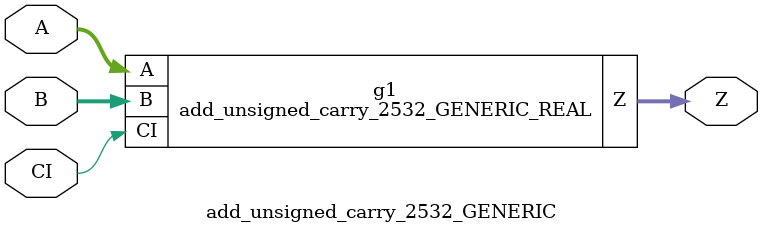
<source format=v>
module add_unsigned_1245_GENERIC_REAL(A, B, Z);
// synthesis_equation add_unsigned
  input [52:0] A, B;
  output [52:0] Z;
  wire [52:0] A, B;
  wire [52:0] Z;
  wire n_161, n_166, n_169, n_170, n_171, n_172, n_173, n_174;
  wire n_175, n_176, n_177, n_178, n_179, n_180, n_181, n_182;
  wire n_183, n_184, n_185, n_186, n_187, n_188, n_189, n_190;
  wire n_191, n_192, n_193, n_194, n_195, n_196, n_197, n_198;
  wire n_199, n_200, n_201, n_202, n_203, n_204, n_205, n_206;
  wire n_207, n_208, n_209, n_210, n_211, n_212, n_213, n_214;
  wire n_215, n_216, n_217, n_218, n_219, n_220, n_221, n_222;
  wire n_223, n_224, n_225, n_226, n_227, n_228, n_229, n_230;
  wire n_231, n_232, n_233, n_234, n_235, n_236, n_237, n_238;
  wire n_239, n_240, n_241, n_242, n_243, n_244, n_245, n_246;
  wire n_247, n_248, n_249, n_250, n_251, n_252, n_253, n_254;
  wire n_255, n_256, n_257, n_258, n_259, n_260, n_261, n_262;
  wire n_263, n_264, n_265, n_266, n_267, n_268, n_269, n_270;
  wire n_271, n_272, n_273, n_274, n_275, n_276, n_277, n_278;
  wire n_279, n_280, n_281, n_282, n_283, n_284, n_285, n_286;
  wire n_287, n_288, n_289, n_290, n_291, n_292, n_293, n_294;
  wire n_295, n_296, n_297, n_298, n_299, n_300, n_301, n_302;
  wire n_303, n_304, n_305, n_306, n_307, n_308, n_309, n_310;
  wire n_311, n_312, n_313, n_314, n_315, n_316, n_317, n_318;
  wire n_319, n_320, n_321, n_322, n_323, n_324, n_325, n_326;
  wire n_327, n_328, n_329, n_330, n_331, n_332, n_333, n_334;
  wire n_335, n_336, n_337, n_338, n_339, n_340, n_341, n_342;
  wire n_343, n_344, n_345, n_346, n_347, n_348, n_349, n_350;
  wire n_351, n_352, n_353, n_354, n_355, n_356, n_357, n_358;
  wire n_359, n_360, n_361, n_362, n_363, n_364, n_365, n_366;
  wire n_367, n_368, n_369, n_370, n_371, n_372, n_373, n_374;
  wire n_375, n_376, n_377, n_378, n_379, n_380, n_381, n_382;
  wire n_383, n_384, n_385, n_386, n_387, n_388, n_389, n_390;
  wire n_391, n_392, n_393, n_394, n_395, n_396, n_397, n_398;
  wire n_399, n_400, n_401, n_402, n_403, n_404, n_405, n_406;
  wire n_407, n_408, n_409, n_410, n_411, n_412, n_413, n_414;
  wire n_415, n_416, n_417, n_418, n_419, n_420, n_424, n_430;
  wire n_431;
  nand g1 (n_161, A[0], B[0]);
  xor g5 (Z[0], A[0], B[0]);
  nand g7 (n_166, A[1], B[1]);
  nand g10 (n_170, n_166, n_430, n_431);
  xor g11 (n_169, A[1], B[1]);
  nand g13 (n_171, A[2], B[2]);
  nand g14 (n_172, A[2], n_170);
  nand g15 (n_173, B[2], n_170);
  nand g16 (n_175, n_171, n_172, n_173);
  xor g17 (n_174, A[2], B[2]);
  xor g18 (Z[2], n_170, n_174);
  nand g19 (n_176, A[3], B[3]);
  nand g20 (n_177, A[3], n_175);
  nand g21 (n_178, B[3], n_175);
  nand g22 (n_180, n_176, n_177, n_178);
  xor g23 (n_179, A[3], B[3]);
  xor g24 (Z[3], n_175, n_179);
  nand g25 (n_181, A[4], B[4]);
  nand g26 (n_182, A[4], n_180);
  nand g27 (n_183, B[4], n_180);
  nand g28 (n_185, n_181, n_182, n_183);
  xor g29 (n_184, A[4], B[4]);
  xor g30 (Z[4], n_180, n_184);
  nand g31 (n_186, A[5], B[5]);
  nand g32 (n_187, A[5], n_185);
  nand g33 (n_188, B[5], n_185);
  nand g34 (n_190, n_186, n_187, n_188);
  xor g35 (n_189, A[5], B[5]);
  xor g36 (Z[5], n_185, n_189);
  nand g37 (n_191, A[6], B[6]);
  nand g38 (n_192, A[6], n_190);
  nand g39 (n_193, B[6], n_190);
  nand g40 (n_195, n_191, n_192, n_193);
  xor g41 (n_194, A[6], B[6]);
  xor g42 (Z[6], n_190, n_194);
  nand g43 (n_196, A[7], B[7]);
  nand g44 (n_197, A[7], n_195);
  nand g45 (n_198, B[7], n_195);
  nand g46 (n_200, n_196, n_197, n_198);
  xor g47 (n_199, A[7], B[7]);
  xor g48 (Z[7], n_195, n_199);
  nand g49 (n_201, A[8], B[8]);
  nand g50 (n_202, A[8], n_200);
  nand g51 (n_203, B[8], n_200);
  nand g52 (n_205, n_201, n_202, n_203);
  xor g53 (n_204, A[8], B[8]);
  xor g54 (Z[8], n_200, n_204);
  nand g55 (n_206, A[9], B[9]);
  nand g56 (n_207, A[9], n_205);
  nand g57 (n_208, B[9], n_205);
  nand g58 (n_210, n_206, n_207, n_208);
  xor g59 (n_209, A[9], B[9]);
  xor g60 (Z[9], n_205, n_209);
  nand g61 (n_211, A[10], B[10]);
  nand g62 (n_212, A[10], n_210);
  nand g63 (n_213, B[10], n_210);
  nand g64 (n_215, n_211, n_212, n_213);
  xor g65 (n_214, A[10], B[10]);
  xor g66 (Z[10], n_210, n_214);
  nand g67 (n_216, A[11], B[11]);
  nand g68 (n_217, A[11], n_215);
  nand g69 (n_218, B[11], n_215);
  nand g70 (n_220, n_216, n_217, n_218);
  xor g71 (n_219, A[11], B[11]);
  xor g72 (Z[11], n_215, n_219);
  nand g73 (n_221, A[12], B[12]);
  nand g74 (n_222, A[12], n_220);
  nand g75 (n_223, B[12], n_220);
  nand g76 (n_225, n_221, n_222, n_223);
  xor g77 (n_224, A[12], B[12]);
  xor g78 (Z[12], n_220, n_224);
  nand g79 (n_226, A[13], B[13]);
  nand g80 (n_227, A[13], n_225);
  nand g81 (n_228, B[13], n_225);
  nand g82 (n_230, n_226, n_227, n_228);
  xor g83 (n_229, A[13], B[13]);
  xor g84 (Z[13], n_225, n_229);
  nand g85 (n_231, A[14], B[14]);
  nand g86 (n_232, A[14], n_230);
  nand g87 (n_233, B[14], n_230);
  nand g88 (n_235, n_231, n_232, n_233);
  xor g89 (n_234, A[14], B[14]);
  xor g90 (Z[14], n_230, n_234);
  nand g91 (n_236, A[15], B[15]);
  nand g92 (n_237, A[15], n_235);
  nand g93 (n_238, B[15], n_235);
  nand g94 (n_240, n_236, n_237, n_238);
  xor g95 (n_239, A[15], B[15]);
  xor g96 (Z[15], n_235, n_239);
  nand g97 (n_241, A[16], B[16]);
  nand g98 (n_242, A[16], n_240);
  nand g99 (n_243, B[16], n_240);
  nand g100 (n_245, n_241, n_242, n_243);
  xor g101 (n_244, A[16], B[16]);
  xor g102 (Z[16], n_240, n_244);
  nand g103 (n_246, A[17], B[17]);
  nand g104 (n_247, A[17], n_245);
  nand g105 (n_248, B[17], n_245);
  nand g106 (n_250, n_246, n_247, n_248);
  xor g107 (n_249, A[17], B[17]);
  xor g108 (Z[17], n_245, n_249);
  nand g109 (n_251, A[18], B[18]);
  nand g110 (n_252, A[18], n_250);
  nand g111 (n_253, B[18], n_250);
  nand g112 (n_255, n_251, n_252, n_253);
  xor g113 (n_254, A[18], B[18]);
  xor g114 (Z[18], n_250, n_254);
  nand g115 (n_256, A[19], B[19]);
  nand g116 (n_257, A[19], n_255);
  nand g117 (n_258, B[19], n_255);
  nand g118 (n_260, n_256, n_257, n_258);
  xor g119 (n_259, A[19], B[19]);
  xor g120 (Z[19], n_255, n_259);
  nand g121 (n_261, A[20], B[20]);
  nand g122 (n_262, A[20], n_260);
  nand g123 (n_263, B[20], n_260);
  nand g124 (n_265, n_261, n_262, n_263);
  xor g125 (n_264, A[20], B[20]);
  xor g126 (Z[20], n_260, n_264);
  nand g127 (n_266, A[21], B[21]);
  nand g128 (n_267, A[21], n_265);
  nand g129 (n_268, B[21], n_265);
  nand g130 (n_270, n_266, n_267, n_268);
  xor g131 (n_269, A[21], B[21]);
  xor g132 (Z[21], n_265, n_269);
  nand g133 (n_271, A[22], B[22]);
  nand g134 (n_272, A[22], n_270);
  nand g135 (n_273, B[22], n_270);
  nand g136 (n_275, n_271, n_272, n_273);
  xor g137 (n_274, A[22], B[22]);
  xor g138 (Z[22], n_270, n_274);
  nand g139 (n_276, A[23], B[23]);
  nand g140 (n_277, A[23], n_275);
  nand g141 (n_278, B[23], n_275);
  nand g142 (n_280, n_276, n_277, n_278);
  xor g143 (n_279, A[23], B[23]);
  xor g144 (Z[23], n_275, n_279);
  nand g145 (n_281, A[24], B[24]);
  nand g146 (n_282, A[24], n_280);
  nand g147 (n_283, B[24], n_280);
  nand g148 (n_285, n_281, n_282, n_283);
  xor g149 (n_284, A[24], B[24]);
  xor g150 (Z[24], n_280, n_284);
  nand g151 (n_286, A[25], B[25]);
  nand g152 (n_287, A[25], n_285);
  nand g153 (n_288, B[25], n_285);
  nand g154 (n_290, n_286, n_287, n_288);
  xor g155 (n_289, A[25], B[25]);
  xor g156 (Z[25], n_285, n_289);
  nand g157 (n_291, A[26], B[26]);
  nand g158 (n_292, A[26], n_290);
  nand g159 (n_293, B[26], n_290);
  nand g160 (n_295, n_291, n_292, n_293);
  xor g161 (n_294, A[26], B[26]);
  xor g162 (Z[26], n_290, n_294);
  nand g163 (n_296, A[27], B[27]);
  nand g164 (n_297, A[27], n_295);
  nand g165 (n_298, B[27], n_295);
  nand g166 (n_300, n_296, n_297, n_298);
  xor g167 (n_299, A[27], B[27]);
  xor g168 (Z[27], n_295, n_299);
  nand g169 (n_301, A[28], B[28]);
  nand g170 (n_302, A[28], n_300);
  nand g171 (n_303, B[28], n_300);
  nand g172 (n_305, n_301, n_302, n_303);
  xor g173 (n_304, A[28], B[28]);
  xor g174 (Z[28], n_300, n_304);
  nand g175 (n_306, A[29], B[29]);
  nand g176 (n_307, A[29], n_305);
  nand g177 (n_308, B[29], n_305);
  nand g178 (n_310, n_306, n_307, n_308);
  xor g179 (n_309, A[29], B[29]);
  xor g180 (Z[29], n_305, n_309);
  nand g181 (n_311, A[30], B[30]);
  nand g182 (n_312, A[30], n_310);
  nand g183 (n_313, B[30], n_310);
  nand g184 (n_315, n_311, n_312, n_313);
  xor g185 (n_314, A[30], B[30]);
  xor g186 (Z[30], n_310, n_314);
  nand g187 (n_316, A[31], B[31]);
  nand g188 (n_317, A[31], n_315);
  nand g189 (n_318, B[31], n_315);
  nand g190 (n_320, n_316, n_317, n_318);
  xor g191 (n_319, A[31], B[31]);
  xor g192 (Z[31], n_315, n_319);
  nand g193 (n_321, A[32], B[32]);
  nand g194 (n_322, A[32], n_320);
  nand g195 (n_323, B[32], n_320);
  nand g196 (n_325, n_321, n_322, n_323);
  xor g197 (n_324, A[32], B[32]);
  xor g198 (Z[32], n_320, n_324);
  nand g199 (n_326, A[33], B[33]);
  nand g200 (n_327, A[33], n_325);
  nand g201 (n_328, B[33], n_325);
  nand g202 (n_330, n_326, n_327, n_328);
  xor g203 (n_329, A[33], B[33]);
  xor g204 (Z[33], n_325, n_329);
  nand g205 (n_331, A[34], B[34]);
  nand g206 (n_332, A[34], n_330);
  nand g207 (n_333, B[34], n_330);
  nand g208 (n_335, n_331, n_332, n_333);
  xor g209 (n_334, A[34], B[34]);
  xor g210 (Z[34], n_330, n_334);
  nand g211 (n_336, A[35], B[35]);
  nand g212 (n_337, A[35], n_335);
  nand g213 (n_338, B[35], n_335);
  nand g214 (n_340, n_336, n_337, n_338);
  xor g215 (n_339, A[35], B[35]);
  xor g216 (Z[35], n_335, n_339);
  nand g217 (n_341, A[36], B[36]);
  nand g218 (n_342, A[36], n_340);
  nand g219 (n_343, B[36], n_340);
  nand g220 (n_345, n_341, n_342, n_343);
  xor g221 (n_344, A[36], B[36]);
  xor g222 (Z[36], n_340, n_344);
  nand g223 (n_346, A[37], B[37]);
  nand g224 (n_347, A[37], n_345);
  nand g225 (n_348, B[37], n_345);
  nand g226 (n_350, n_346, n_347, n_348);
  xor g227 (n_349, A[37], B[37]);
  xor g228 (Z[37], n_345, n_349);
  nand g229 (n_351, A[38], B[38]);
  nand g230 (n_352, A[38], n_350);
  nand g231 (n_353, B[38], n_350);
  nand g232 (n_355, n_351, n_352, n_353);
  xor g233 (n_354, A[38], B[38]);
  xor g234 (Z[38], n_350, n_354);
  nand g235 (n_356, A[39], B[39]);
  nand g236 (n_357, A[39], n_355);
  nand g237 (n_358, B[39], n_355);
  nand g238 (n_360, n_356, n_357, n_358);
  xor g239 (n_359, A[39], B[39]);
  xor g240 (Z[39], n_355, n_359);
  nand g241 (n_361, A[40], B[40]);
  nand g242 (n_362, A[40], n_360);
  nand g243 (n_363, B[40], n_360);
  nand g244 (n_365, n_361, n_362, n_363);
  xor g245 (n_364, A[40], B[40]);
  xor g246 (Z[40], n_360, n_364);
  nand g247 (n_366, A[41], B[41]);
  nand g248 (n_367, A[41], n_365);
  nand g249 (n_368, B[41], n_365);
  nand g250 (n_370, n_366, n_367, n_368);
  xor g251 (n_369, A[41], B[41]);
  xor g252 (Z[41], n_365, n_369);
  nand g253 (n_371, A[42], B[42]);
  nand g254 (n_372, A[42], n_370);
  nand g255 (n_373, B[42], n_370);
  nand g256 (n_375, n_371, n_372, n_373);
  xor g257 (n_374, A[42], B[42]);
  xor g258 (Z[42], n_370, n_374);
  nand g259 (n_376, A[43], B[43]);
  nand g260 (n_377, A[43], n_375);
  nand g261 (n_378, B[43], n_375);
  nand g262 (n_380, n_376, n_377, n_378);
  xor g263 (n_379, A[43], B[43]);
  xor g264 (Z[43], n_375, n_379);
  nand g265 (n_381, A[44], B[44]);
  nand g266 (n_382, A[44], n_380);
  nand g267 (n_383, B[44], n_380);
  nand g268 (n_385, n_381, n_382, n_383);
  xor g269 (n_384, A[44], B[44]);
  xor g270 (Z[44], n_380, n_384);
  nand g271 (n_386, A[45], B[45]);
  nand g272 (n_387, A[45], n_385);
  nand g273 (n_388, B[45], n_385);
  nand g274 (n_390, n_386, n_387, n_388);
  xor g275 (n_389, A[45], B[45]);
  xor g276 (Z[45], n_385, n_389);
  nand g277 (n_391, A[46], B[46]);
  nand g278 (n_392, A[46], n_390);
  nand g279 (n_393, B[46], n_390);
  nand g280 (n_395, n_391, n_392, n_393);
  xor g281 (n_394, A[46], B[46]);
  xor g282 (Z[46], n_390, n_394);
  nand g283 (n_396, A[47], B[47]);
  nand g284 (n_397, A[47], n_395);
  nand g285 (n_398, B[47], n_395);
  nand g286 (n_400, n_396, n_397, n_398);
  xor g287 (n_399, A[47], B[47]);
  xor g288 (Z[47], n_395, n_399);
  nand g289 (n_401, A[48], B[48]);
  nand g290 (n_402, A[48], n_400);
  nand g291 (n_403, B[48], n_400);
  nand g292 (n_405, n_401, n_402, n_403);
  xor g293 (n_404, A[48], B[48]);
  xor g294 (Z[48], n_400, n_404);
  nand g295 (n_406, A[49], B[49]);
  nand g296 (n_407, A[49], n_405);
  nand g297 (n_408, B[49], n_405);
  nand g298 (n_410, n_406, n_407, n_408);
  xor g299 (n_409, A[49], B[49]);
  xor g300 (Z[49], n_405, n_409);
  nand g301 (n_411, A[50], B[50]);
  nand g302 (n_412, A[50], n_410);
  nand g303 (n_413, B[50], n_410);
  nand g304 (n_415, n_411, n_412, n_413);
  xor g305 (n_414, A[50], B[50]);
  xor g306 (Z[50], n_410, n_414);
  nand g307 (n_416, A[51], B[51]);
  nand g308 (n_417, A[51], n_415);
  nand g309 (n_418, B[51], n_415);
  nand g310 (n_420, n_416, n_417, n_418);
  xor g311 (n_419, A[51], B[51]);
  xor g312 (Z[51], n_415, n_419);
  xor g317 (n_424, A[52], B[52]);
  xor g318 (Z[52], n_420, n_424);
  or g320 (n_430, wc, n_161);
  not gc (wc, A[1]);
  or g321 (n_431, wc0, n_161);
  not gc0 (wc0, B[1]);
  xnor g322 (Z[1], n_161, n_169);
endmodule

module add_unsigned_1245_GENERIC(A, B, Z);
  input [52:0] A, B;
  output [52:0] Z;
  wire [52:0] A, B;
  wire [52:0] Z;
  add_unsigned_1245_GENERIC_REAL g1(.A (A), .B (B), .Z (Z));
endmodule

module add_unsigned_2994_GENERIC_REAL(A, B, Z);
// synthesis_equation add_unsigned
  input [32:0] A, B;
  output [32:0] Z;
  wire [32:0] A, B;
  wire [32:0] Z;
  wire n_101, n_106, n_109, n_110, n_111, n_112, n_113, n_114;
  wire n_115, n_116, n_117, n_118, n_119, n_120, n_121, n_122;
  wire n_123, n_124, n_125, n_126, n_127, n_128, n_129, n_130;
  wire n_131, n_132, n_133, n_134, n_135, n_136, n_137, n_138;
  wire n_139, n_140, n_141, n_142, n_143, n_144, n_145, n_146;
  wire n_147, n_148, n_149, n_150, n_151, n_152, n_153, n_154;
  wire n_155, n_156, n_157, n_158, n_159, n_160, n_161, n_162;
  wire n_163, n_164, n_165, n_166, n_167, n_168, n_169, n_170;
  wire n_171, n_172, n_173, n_174, n_175, n_176, n_177, n_178;
  wire n_179, n_180, n_181, n_182, n_183, n_184, n_185, n_186;
  wire n_187, n_188, n_189, n_190, n_191, n_192, n_193, n_194;
  wire n_195, n_196, n_197, n_198, n_199, n_200, n_201, n_202;
  wire n_203, n_204, n_205, n_206, n_207, n_208, n_209, n_210;
  wire n_211, n_212, n_213, n_214, n_215, n_216, n_217, n_218;
  wire n_219, n_220, n_221, n_222, n_223, n_224, n_225, n_226;
  wire n_227, n_228, n_229, n_230, n_231, n_232, n_233, n_234;
  wire n_235, n_236, n_237, n_238, n_239, n_240, n_241, n_242;
  wire n_243, n_244, n_245, n_246, n_247, n_248, n_249, n_250;
  wire n_251, n_252, n_253, n_254, n_255, n_256, n_257, n_258;
  wire n_259, n_260, n_264, n_270, n_271;
  nand g1 (n_101, A[0], B[0]);
  xor g5 (Z[0], A[0], B[0]);
  nand g7 (n_106, A[1], B[1]);
  nand g10 (n_110, n_106, n_270, n_271);
  xor g11 (n_109, A[1], B[1]);
  nand g13 (n_111, A[2], B[2]);
  nand g14 (n_112, A[2], n_110);
  nand g15 (n_113, B[2], n_110);
  nand g16 (n_115, n_111, n_112, n_113);
  xor g17 (n_114, A[2], B[2]);
  xor g18 (Z[2], n_110, n_114);
  nand g19 (n_116, A[3], B[3]);
  nand g20 (n_117, A[3], n_115);
  nand g21 (n_118, B[3], n_115);
  nand g22 (n_120, n_116, n_117, n_118);
  xor g23 (n_119, A[3], B[3]);
  xor g24 (Z[3], n_115, n_119);
  nand g25 (n_121, A[4], B[4]);
  nand g26 (n_122, A[4], n_120);
  nand g27 (n_123, B[4], n_120);
  nand g28 (n_125, n_121, n_122, n_123);
  xor g29 (n_124, A[4], B[4]);
  xor g30 (Z[4], n_120, n_124);
  nand g31 (n_126, A[5], B[5]);
  nand g32 (n_127, A[5], n_125);
  nand g33 (n_128, B[5], n_125);
  nand g34 (n_130, n_126, n_127, n_128);
  xor g35 (n_129, A[5], B[5]);
  xor g36 (Z[5], n_125, n_129);
  nand g37 (n_131, A[6], B[6]);
  nand g38 (n_132, A[6], n_130);
  nand g39 (n_133, B[6], n_130);
  nand g40 (n_135, n_131, n_132, n_133);
  xor g41 (n_134, A[6], B[6]);
  xor g42 (Z[6], n_130, n_134);
  nand g43 (n_136, A[7], B[7]);
  nand g44 (n_137, A[7], n_135);
  nand g45 (n_138, B[7], n_135);
  nand g46 (n_140, n_136, n_137, n_138);
  xor g47 (n_139, A[7], B[7]);
  xor g48 (Z[7], n_135, n_139);
  nand g49 (n_141, A[8], B[8]);
  nand g50 (n_142, A[8], n_140);
  nand g51 (n_143, B[8], n_140);
  nand g52 (n_145, n_141, n_142, n_143);
  xor g53 (n_144, A[8], B[8]);
  xor g54 (Z[8], n_140, n_144);
  nand g55 (n_146, A[9], B[9]);
  nand g56 (n_147, A[9], n_145);
  nand g57 (n_148, B[9], n_145);
  nand g58 (n_150, n_146, n_147, n_148);
  xor g59 (n_149, A[9], B[9]);
  xor g60 (Z[9], n_145, n_149);
  nand g61 (n_151, A[10], B[10]);
  nand g62 (n_152, A[10], n_150);
  nand g63 (n_153, B[10], n_150);
  nand g64 (n_155, n_151, n_152, n_153);
  xor g65 (n_154, A[10], B[10]);
  xor g66 (Z[10], n_150, n_154);
  nand g67 (n_156, A[11], B[11]);
  nand g68 (n_157, A[11], n_155);
  nand g69 (n_158, B[11], n_155);
  nand g70 (n_160, n_156, n_157, n_158);
  xor g71 (n_159, A[11], B[11]);
  xor g72 (Z[11], n_155, n_159);
  nand g73 (n_161, A[12], B[12]);
  nand g74 (n_162, A[12], n_160);
  nand g75 (n_163, B[12], n_160);
  nand g76 (n_165, n_161, n_162, n_163);
  xor g77 (n_164, A[12], B[12]);
  xor g78 (Z[12], n_160, n_164);
  nand g79 (n_166, A[13], B[13]);
  nand g80 (n_167, A[13], n_165);
  nand g81 (n_168, B[13], n_165);
  nand g82 (n_170, n_166, n_167, n_168);
  xor g83 (n_169, A[13], B[13]);
  xor g84 (Z[13], n_165, n_169);
  nand g85 (n_171, A[14], B[14]);
  nand g86 (n_172, A[14], n_170);
  nand g87 (n_173, B[14], n_170);
  nand g88 (n_175, n_171, n_172, n_173);
  xor g89 (n_174, A[14], B[14]);
  xor g90 (Z[14], n_170, n_174);
  nand g91 (n_176, A[15], B[15]);
  nand g92 (n_177, A[15], n_175);
  nand g93 (n_178, B[15], n_175);
  nand g94 (n_180, n_176, n_177, n_178);
  xor g95 (n_179, A[15], B[15]);
  xor g96 (Z[15], n_175, n_179);
  nand g97 (n_181, A[16], B[16]);
  nand g98 (n_182, A[16], n_180);
  nand g99 (n_183, B[16], n_180);
  nand g100 (n_185, n_181, n_182, n_183);
  xor g101 (n_184, A[16], B[16]);
  xor g102 (Z[16], n_180, n_184);
  nand g103 (n_186, A[17], B[17]);
  nand g104 (n_187, A[17], n_185);
  nand g105 (n_188, B[17], n_185);
  nand g106 (n_190, n_186, n_187, n_188);
  xor g107 (n_189, A[17], B[17]);
  xor g108 (Z[17], n_185, n_189);
  nand g109 (n_191, A[18], B[18]);
  nand g110 (n_192, A[18], n_190);
  nand g111 (n_193, B[18], n_190);
  nand g112 (n_195, n_191, n_192, n_193);
  xor g113 (n_194, A[18], B[18]);
  xor g114 (Z[18], n_190, n_194);
  nand g115 (n_196, A[19], B[19]);
  nand g116 (n_197, A[19], n_195);
  nand g117 (n_198, B[19], n_195);
  nand g118 (n_200, n_196, n_197, n_198);
  xor g119 (n_199, A[19], B[19]);
  xor g120 (Z[19], n_195, n_199);
  nand g121 (n_201, A[20], B[20]);
  nand g122 (n_202, A[20], n_200);
  nand g123 (n_203, B[20], n_200);
  nand g124 (n_205, n_201, n_202, n_203);
  xor g125 (n_204, A[20], B[20]);
  xor g126 (Z[20], n_200, n_204);
  nand g127 (n_206, A[21], B[21]);
  nand g128 (n_207, A[21], n_205);
  nand g129 (n_208, B[21], n_205);
  nand g130 (n_210, n_206, n_207, n_208);
  xor g131 (n_209, A[21], B[21]);
  xor g132 (Z[21], n_205, n_209);
  nand g133 (n_211, A[22], B[22]);
  nand g134 (n_212, A[22], n_210);
  nand g135 (n_213, B[22], n_210);
  nand g136 (n_215, n_211, n_212, n_213);
  xor g137 (n_214, A[22], B[22]);
  xor g138 (Z[22], n_210, n_214);
  nand g139 (n_216, A[23], B[23]);
  nand g140 (n_217, A[23], n_215);
  nand g141 (n_218, B[23], n_215);
  nand g142 (n_220, n_216, n_217, n_218);
  xor g143 (n_219, A[23], B[23]);
  xor g144 (Z[23], n_215, n_219);
  nand g145 (n_221, A[24], B[24]);
  nand g146 (n_222, A[24], n_220);
  nand g147 (n_223, B[24], n_220);
  nand g148 (n_225, n_221, n_222, n_223);
  xor g149 (n_224, A[24], B[24]);
  xor g150 (Z[24], n_220, n_224);
  nand g151 (n_226, A[25], B[25]);
  nand g152 (n_227, A[25], n_225);
  nand g153 (n_228, B[25], n_225);
  nand g154 (n_230, n_226, n_227, n_228);
  xor g155 (n_229, A[25], B[25]);
  xor g156 (Z[25], n_225, n_229);
  nand g157 (n_231, A[26], B[26]);
  nand g158 (n_232, A[26], n_230);
  nand g159 (n_233, B[26], n_230);
  nand g160 (n_235, n_231, n_232, n_233);
  xor g161 (n_234, A[26], B[26]);
  xor g162 (Z[26], n_230, n_234);
  nand g163 (n_236, A[27], B[27]);
  nand g164 (n_237, A[27], n_235);
  nand g165 (n_238, B[27], n_235);
  nand g166 (n_240, n_236, n_237, n_238);
  xor g167 (n_239, A[27], B[27]);
  xor g168 (Z[27], n_235, n_239);
  nand g169 (n_241, A[28], B[28]);
  nand g170 (n_242, A[28], n_240);
  nand g171 (n_243, B[28], n_240);
  nand g172 (n_245, n_241, n_242, n_243);
  xor g173 (n_244, A[28], B[28]);
  xor g174 (Z[28], n_240, n_244);
  nand g175 (n_246, A[29], B[29]);
  nand g176 (n_247, A[29], n_245);
  nand g177 (n_248, B[29], n_245);
  nand g178 (n_250, n_246, n_247, n_248);
  xor g179 (n_249, A[29], B[29]);
  xor g180 (Z[29], n_245, n_249);
  nand g181 (n_251, A[30], B[30]);
  nand g182 (n_252, A[30], n_250);
  nand g183 (n_253, B[30], n_250);
  nand g184 (n_255, n_251, n_252, n_253);
  xor g185 (n_254, A[30], B[30]);
  xor g186 (Z[30], n_250, n_254);
  nand g187 (n_256, A[31], B[31]);
  nand g188 (n_257, A[31], n_255);
  nand g189 (n_258, B[31], n_255);
  nand g190 (n_260, n_256, n_257, n_258);
  xor g191 (n_259, A[31], B[31]);
  xor g192 (Z[31], n_255, n_259);
  xor g197 (n_264, A[32], B[32]);
  xor g198 (Z[32], n_260, n_264);
  or g200 (n_270, wc, n_101);
  not gc (wc, A[1]);
  or g201 (n_271, wc0, n_101);
  not gc0 (wc0, B[1]);
  xnor g202 (Z[1], n_101, n_109);
endmodule

module add_unsigned_2994_GENERIC(A, B, Z);
  input [32:0] A, B;
  output [32:0] Z;
  wire [32:0] A, B;
  wire [32:0] Z;
  add_unsigned_2994_GENERIC_REAL g1(.A (A), .B (B), .Z (Z));
endmodule

module add_unsigned_carry_2513_GENERIC_REAL(A, B, CI, Z);
// synthesis_equation add_unsigned_carry
  input [63:0] A, B;
  input CI;
  output [63:0] Z;
  wire [63:0] A, B;
  wire CI;
  wire [63:0] Z;
  wire n_194, n_195, n_196, n_197, n_198, n_200, n_202, n_203;
  wire n_204, n_205, n_207, n_208, n_209, n_210, n_211, n_213;
  wire n_214, n_215, n_216, n_217, n_219, n_220, n_221, n_222;
  wire n_223, n_225, n_226, n_227, n_228, n_229, n_231, n_232;
  wire n_233, n_234, n_235, n_237, n_238, n_239, n_240, n_241;
  wire n_243, n_244, n_245, n_246, n_247, n_249, n_250, n_251;
  wire n_252, n_253, n_255, n_256, n_257, n_258, n_259, n_261;
  wire n_262, n_263, n_264, n_265, n_267, n_268, n_269, n_270;
  wire n_271, n_273, n_274, n_275, n_276, n_277, n_279, n_280;
  wire n_281, n_282, n_283, n_285, n_286, n_287, n_288, n_289;
  wire n_291, n_292, n_293, n_294, n_295, n_297, n_298, n_299;
  wire n_300, n_301, n_303, n_304, n_305, n_306, n_307, n_309;
  wire n_310, n_311, n_312, n_313, n_315, n_316, n_317, n_318;
  wire n_319, n_321, n_322, n_323, n_324, n_325, n_327, n_328;
  wire n_329, n_330, n_331, n_333, n_334, n_335, n_336, n_337;
  wire n_339, n_340, n_341, n_342, n_343, n_345, n_346, n_347;
  wire n_348, n_349, n_351, n_352, n_353, n_354, n_355, n_357;
  wire n_358, n_359, n_360, n_361, n_363, n_364, n_365, n_366;
  wire n_367, n_369, n_370, n_371, n_372, n_373, n_375, n_376;
  wire n_377, n_378, n_379, n_381, n_382, n_383, n_384, n_387;
  wire n_388, n_389, n_391, n_392, n_393, n_398, n_399, n_400;
  wire n_405, n_406, n_407, n_412, n_413, n_414, n_419, n_420;
  wire n_421, n_426, n_427, n_428, n_433, n_434, n_435, n_440;
  wire n_441, n_442, n_447, n_448, n_449, n_454, n_455, n_456;
  wire n_461, n_462, n_463, n_468, n_469, n_470, n_475, n_476;
  wire n_477, n_482, n_483, n_484, n_489, n_496, n_497, n_498;
  wire n_502, n_503, n_505, n_507, n_508, n_509, n_511, n_513;
  wire n_514, n_515, n_517, n_519, n_520, n_521, n_523, n_525;
  wire n_526, n_527, n_529, n_531, n_532, n_533, n_535, n_537;
  wire n_543, n_544, n_545, n_547, n_548, n_549, n_554, n_555;
  wire n_556, n_561, n_568, n_569, n_570, n_579, n_581, n_586;
  wire n_587, n_588, n_589, n_594, n_599, n_604, n_607, n_608;
  wire n_609, n_610, n_611, n_612, n_613, n_614, n_615, n_616;
  wire n_617, n_618, n_619, n_620, n_621, n_622, n_623, n_624;
  wire n_625, n_626, n_627, n_628, n_633, n_638, n_643, n_648;
  wire n_653, n_658, n_663, n_668, n_673, n_678, n_683, n_688;
  wire n_693, n_698, n_703, n_709, n_713, n_717, n_721, n_725;
  wire n_729, n_733, n_737, n_741, n_745, n_749, n_753, n_757;
  wire n_761, n_765, n_769, n_773, n_777, n_781, n_785, n_789;
  wire n_793, n_797, n_801, n_805, n_809, n_813, n_817, n_821;
  wire n_825, n_829, n_831, n_837, n_838, n_839, n_840, n_841;
  wire n_842, n_843, n_844, n_845, n_846, n_847, n_848, n_849;
  wire n_850, n_851, n_852, n_853, n_854, n_855, n_856, n_857;
  wire n_858, n_859, n_860, n_861, n_862, n_863, n_864, n_865;
  wire n_866, n_867, n_868, n_869, n_870, n_871, n_872, n_873;
  wire n_874, n_875, n_876, n_877, n_878, n_879, n_880, n_881;
  wire n_882, n_883, n_884, n_885, n_886, n_887, n_888, n_889;
  wire n_890, n_891, n_892, n_893, n_894, n_895, n_896, n_897;
  wire n_898, n_899, n_900, n_901, n_902, n_903, n_904, n_905;
  wire n_906, n_907, n_908, n_909, n_910, n_911, n_912, n_913;
  wire n_914, n_915, n_916, n_917, n_918, n_919, n_920, n_921;
  wire n_922, n_923, n_924, n_925, n_926, n_927, n_928, n_929;
  wire n_930, n_931, n_932, n_933, n_934, n_935, n_936, n_937;
  wire n_938, n_939, n_940, n_941, n_942, n_943, n_944, n_945;
  wire n_946, n_947, n_948, n_949, n_950, n_951, n_952, n_953;
  wire n_954, n_955, n_956, n_957, n_958, n_959, n_960, n_961;
  wire n_962, n_963, n_964, n_965, n_966, n_967, n_968, n_969;
  wire n_970, n_971, n_972, n_973, n_974, n_975, n_976, n_977;
  wire n_978, n_979, n_980, n_981, n_982, n_983, n_984, n_985;
  wire n_986, n_987;
  xor g1 (n_831, A[0], B[0]);
  nand g2 (n_194, A[0], B[0]);
  nand g3 (n_195, A[0], CI);
  nand g4 (n_196, B[0], CI);
  nand g5 (n_198, n_194, n_195, n_196);
  nor g6 (n_197, A[1], B[1]);
  nand g7 (n_200, A[1], B[1]);
  nor g8 (n_207, A[2], B[2]);
  nand g9 (n_202, A[2], B[2]);
  nor g10 (n_203, A[3], B[3]);
  nand g11 (n_204, A[3], B[3]);
  nor g12 (n_213, A[4], B[4]);
  nand g13 (n_208, A[4], B[4]);
  nor g14 (n_209, A[5], B[5]);
  nand g15 (n_210, A[5], B[5]);
  nor g16 (n_219, A[6], B[6]);
  nand g17 (n_214, A[6], B[6]);
  nor g18 (n_215, A[7], B[7]);
  nand g19 (n_216, A[7], B[7]);
  nor g20 (n_225, A[8], B[8]);
  nand g21 (n_220, A[8], B[8]);
  nor g22 (n_221, A[9], B[9]);
  nand g23 (n_222, A[9], B[9]);
  nor g24 (n_231, A[10], B[10]);
  nand g25 (n_226, A[10], B[10]);
  nor g26 (n_227, A[11], B[11]);
  nand g27 (n_228, A[11], B[11]);
  nor g28 (n_237, A[12], B[12]);
  nand g29 (n_232, A[12], B[12]);
  nor g30 (n_233, A[13], B[13]);
  nand g31 (n_234, A[13], B[13]);
  nor g32 (n_243, A[14], B[14]);
  nand g33 (n_238, A[14], B[14]);
  nor g34 (n_239, A[15], B[15]);
  nand g35 (n_240, A[15], B[15]);
  nor g36 (n_249, A[16], B[16]);
  nand g37 (n_244, A[16], B[16]);
  nor g38 (n_245, A[17], B[17]);
  nand g39 (n_246, A[17], B[17]);
  nor g40 (n_255, A[18], B[18]);
  nand g41 (n_250, A[18], B[18]);
  nor g42 (n_251, A[19], B[19]);
  nand g43 (n_252, A[19], B[19]);
  nor g44 (n_261, A[20], B[20]);
  nand g45 (n_256, A[20], B[20]);
  nor g46 (n_257, A[21], B[21]);
  nand g47 (n_258, A[21], B[21]);
  nor g48 (n_267, A[22], B[22]);
  nand g49 (n_262, A[22], B[22]);
  nor g50 (n_263, A[23], B[23]);
  nand g51 (n_264, A[23], B[23]);
  nor g52 (n_273, A[24], B[24]);
  nand g53 (n_268, A[24], B[24]);
  nor g54 (n_269, A[25], B[25]);
  nand g55 (n_270, A[25], B[25]);
  nor g56 (n_279, A[26], B[26]);
  nand g57 (n_274, A[26], B[26]);
  nor g58 (n_275, A[27], B[27]);
  nand g59 (n_276, A[27], B[27]);
  nor g60 (n_285, A[28], B[28]);
  nand g61 (n_280, A[28], B[28]);
  nor g62 (n_281, A[29], B[29]);
  nand g63 (n_282, A[29], B[29]);
  nor g64 (n_291, A[30], B[30]);
  nand g65 (n_286, A[30], B[30]);
  nor g66 (n_287, A[31], B[31]);
  nand g67 (n_288, A[31], B[31]);
  nor g68 (n_297, A[32], B[32]);
  nand g69 (n_292, A[32], B[32]);
  nor g70 (n_293, A[33], B[33]);
  nand g71 (n_294, A[33], B[33]);
  nor g72 (n_303, A[34], B[34]);
  nand g73 (n_298, A[34], B[34]);
  nor g74 (n_299, A[35], B[35]);
  nand g75 (n_300, A[35], B[35]);
  nor g76 (n_309, A[36], B[36]);
  nand g77 (n_304, A[36], B[36]);
  nor g78 (n_305, A[37], B[37]);
  nand g79 (n_306, A[37], B[37]);
  nor g80 (n_315, A[38], B[38]);
  nand g81 (n_310, A[38], B[38]);
  nor g82 (n_311, A[39], B[39]);
  nand g83 (n_312, A[39], B[39]);
  nor g84 (n_321, A[40], B[40]);
  nand g85 (n_316, A[40], B[40]);
  nor g86 (n_317, A[41], B[41]);
  nand g87 (n_318, A[41], B[41]);
  nor g88 (n_327, A[42], B[42]);
  nand g89 (n_322, A[42], B[42]);
  nor g90 (n_323, A[43], B[43]);
  nand g91 (n_324, A[43], B[43]);
  nor g92 (n_333, A[44], B[44]);
  nand g93 (n_328, A[44], B[44]);
  nor g94 (n_329, A[45], B[45]);
  nand g95 (n_330, A[45], B[45]);
  nor g96 (n_339, A[46], B[46]);
  nand g97 (n_334, A[46], B[46]);
  nor g98 (n_335, A[47], B[47]);
  nand g99 (n_336, A[47], B[47]);
  nor g100 (n_345, A[48], B[48]);
  nand g101 (n_340, A[48], B[48]);
  nor g102 (n_341, A[49], B[49]);
  nand g103 (n_342, A[49], B[49]);
  nor g104 (n_351, A[50], B[50]);
  nand g105 (n_346, A[50], B[50]);
  nor g106 (n_347, A[51], B[51]);
  nand g107 (n_348, A[51], B[51]);
  nor g108 (n_357, A[52], B[52]);
  nand g109 (n_352, A[52], B[52]);
  nor g110 (n_353, A[53], B[53]);
  nand g111 (n_354, A[53], B[53]);
  nor g112 (n_363, A[54], B[54]);
  nand g113 (n_358, A[54], B[54]);
  nor g114 (n_359, A[55], B[55]);
  nand g115 (n_360, A[55], B[55]);
  nor g116 (n_369, A[56], B[56]);
  nand g117 (n_364, A[56], B[56]);
  nor g118 (n_365, A[57], B[57]);
  nand g119 (n_366, A[57], B[57]);
  nor g120 (n_375, A[58], B[58]);
  nand g121 (n_370, A[58], B[58]);
  nor g122 (n_371, A[59], B[59]);
  nand g123 (n_372, A[59], B[59]);
  nor g124 (n_381, A[60], B[60]);
  nand g125 (n_376, A[60], B[60]);
  nor g126 (n_377, A[61], B[61]);
  nand g127 (n_378, A[61], B[61]);
  nor g128 (n_387, A[62], B[62]);
  nand g129 (n_382, A[62], B[62]);
  nor g130 (n_383, A[63], B[63]);
  nand g131 (n_384, A[63], B[63]);
  nand g134 (n_389, n_200, n_837);
  nor g135 (n_205, n_202, n_203);
  nor g138 (n_388, n_207, n_203);
  nor g139 (n_211, n_208, n_209);
  nor g142 (n_398, n_213, n_209);
  nor g143 (n_217, n_214, n_215);
  nor g146 (n_392, n_219, n_215);
  nor g147 (n_223, n_220, n_221);
  nor g150 (n_405, n_225, n_221);
  nor g151 (n_229, n_226, n_227);
  nor g154 (n_399, n_231, n_227);
  nor g155 (n_235, n_232, n_233);
  nor g158 (n_412, n_237, n_233);
  nor g159 (n_241, n_238, n_239);
  nor g162 (n_406, n_243, n_239);
  nor g163 (n_247, n_244, n_245);
  nor g166 (n_419, n_249, n_245);
  nor g167 (n_253, n_250, n_251);
  nor g170 (n_413, n_255, n_251);
  nor g171 (n_259, n_256, n_257);
  nor g174 (n_426, n_261, n_257);
  nor g175 (n_265, n_262, n_263);
  nor g178 (n_420, n_267, n_263);
  nor g179 (n_271, n_268, n_269);
  nor g182 (n_433, n_273, n_269);
  nor g183 (n_277, n_274, n_275);
  nor g186 (n_427, n_279, n_275);
  nor g187 (n_283, n_280, n_281);
  nor g190 (n_440, n_285, n_281);
  nor g191 (n_289, n_286, n_287);
  nor g194 (n_434, n_291, n_287);
  nor g195 (n_295, n_292, n_293);
  nor g198 (n_447, n_297, n_293);
  nor g199 (n_301, n_298, n_299);
  nor g202 (n_441, n_303, n_299);
  nor g203 (n_307, n_304, n_305);
  nor g206 (n_454, n_309, n_305);
  nor g207 (n_313, n_310, n_311);
  nor g210 (n_448, n_315, n_311);
  nor g211 (n_319, n_316, n_317);
  nor g214 (n_461, n_321, n_317);
  nor g215 (n_325, n_322, n_323);
  nor g218 (n_455, n_327, n_323);
  nor g219 (n_331, n_328, n_329);
  nor g222 (n_468, n_333, n_329);
  nor g223 (n_337, n_334, n_335);
  nor g226 (n_462, n_339, n_335);
  nor g227 (n_343, n_340, n_341);
  nor g230 (n_475, n_345, n_341);
  nor g231 (n_349, n_346, n_347);
  nor g234 (n_469, n_351, n_347);
  nor g235 (n_355, n_352, n_353);
  nor g238 (n_482, n_357, n_353);
  nor g239 (n_361, n_358, n_359);
  nor g242 (n_476, n_363, n_359);
  nor g243 (n_367, n_364, n_365);
  nor g246 (n_489, n_369, n_365);
  nor g247 (n_373, n_370, n_371);
  nor g250 (n_483, n_375, n_371);
  nor g251 (n_379, n_376, n_377);
  nor g254 (n_496, n_381, n_377);
  nand g259 (n_391, n_388, n_389);
  nand g260 (n_498, n_838, n_391);
  nand g265 (n_497, n_398, n_392);
  nand g270 (n_507, n_405, n_399);
  nand g275 (n_502, n_412, n_406);
  nand g280 (n_513, n_419, n_413);
  nand g285 (n_508, n_426, n_420);
  nand g290 (n_519, n_433, n_427);
  nand g295 (n_514, n_440, n_434);
  nand g300 (n_525, n_447, n_441);
  nand g305 (n_520, n_454, n_448);
  nand g310 (n_531, n_461, n_455);
  nand g315 (n_526, n_468, n_462);
  nand g320 (n_537, n_475, n_469);
  nand g325 (n_532, n_482, n_476);
  nand g330 (n_543, n_489, n_483);
  nand g338 (n_545, n_931, n_940);
  nor g339 (n_505, n_502, n_503);
  nor g342 (n_544, n_507, n_502);
  nor g343 (n_511, n_508, n_509);
  nor g346 (n_554, n_513, n_508);
  nor g347 (n_517, n_514, n_515);
  nor g350 (n_548, n_519, n_514);
  nor g351 (n_523, n_520, n_521);
  nor g354 (n_561, n_525, n_520);
  nor g355 (n_529, n_526, n_527);
  nor g358 (n_555, n_531, n_526);
  nor g359 (n_535, n_532, n_533);
  nor g362 (n_568, n_537, n_532);
  nand g367 (n_547, n_544, n_545);
  nand g368 (n_570, n_941, n_547);
  nand g373 (n_569, n_554, n_548);
  nand g378 (n_579, n_561, n_555);
  nand g386 (n_581, n_948, n_953);
  nand g395 (n_588, n_949, n_958);
  nand g396 (n_586, n_554, n_570);
  nand g397 (n_594, n_549, n_586);
  nand g398 (n_587, n_561, n_581);
  nand g399 (n_599, n_556, n_587);
  nand g400 (n_589, n_568, n_588);
  nand g401 (n_604, n_944, n_589);
  nand g404 (n_609, n_503, n_950);
  nand g407 (n_612, n_509, n_954);
  nand g410 (n_615, n_515, n_959);
  nand g413 (n_618, n_521, n_960);
  nand g416 (n_621, n_527, n_966);
  nand g419 (n_624, n_533, n_967);
  nand g422 (n_627, n_938, n_975);
  nand g423 (n_607, n_398, n_498);
  nand g424 (n_633, n_393, n_607);
  nand g425 (n_608, n_405, n_545);
  nand g426 (n_638, n_400, n_608);
  nand g427 (n_610, n_412, n_609);
  nand g428 (n_643, n_407, n_610);
  nand g429 (n_611, n_419, n_570);
  nand g430 (n_648, n_414, n_611);
  nand g431 (n_613, n_426, n_612);
  nand g432 (n_653, n_421, n_613);
  nand g433 (n_614, n_433, n_594);
  nand g434 (n_658, n_428, n_614);
  nand g435 (n_616, n_440, n_615);
  nand g436 (n_663, n_435, n_616);
  nand g437 (n_617, n_447, n_581);
  nand g438 (n_668, n_442, n_617);
  nand g439 (n_619, n_454, n_618);
  nand g440 (n_673, n_449, n_619);
  nand g441 (n_620, n_461, n_599);
  nand g442 (n_678, n_456, n_620);
  nand g443 (n_622, n_468, n_621);
  nand g444 (n_683, n_463, n_622);
  nand g445 (n_623, n_475, n_588);
  nand g446 (n_688, n_470, n_623);
  nand g447 (n_625, n_482, n_624);
  nand g448 (n_693, n_477, n_625);
  nand g449 (n_626, n_489, n_604);
  nand g450 (n_698, n_484, n_626);
  nand g451 (n_628, n_496, n_627);
  nand g452 (n_703, n_853, n_628);
  nand g455 (n_709, n_202, n_939);
  nand g458 (n_713, n_208, n_945);
  nand g461 (n_717, n_214, n_951);
  nand g464 (n_721, n_220, n_952);
  nand g467 (n_725, n_226, n_955);
  nand g470 (n_729, n_232, n_956);
  nand g473 (n_733, n_238, n_961);
  nand g476 (n_737, n_244, n_957);
  nand g479 (n_741, n_250, n_962);
  nand g482 (n_745, n_256, n_963);
  nand g485 (n_749, n_262, n_968);
  nand g488 (n_753, n_268, n_964);
  nand g491 (n_757, n_274, n_969);
  nand g494 (n_761, n_280, n_970);
  nand g497 (n_765, n_286, n_976);
  nand g500 (n_769, n_292, n_965);
  nand g503 (n_773, n_298, n_971);
  nand g506 (n_777, n_304, n_972);
  nand g509 (n_781, n_310, n_977);
  nand g512 (n_785, n_316, n_973);
  nand g515 (n_789, n_322, n_978);
  nand g518 (n_793, n_328, n_979);
  nand g521 (n_797, n_334, n_983);
  nand g524 (n_801, n_340, n_974);
  nand g527 (n_805, n_346, n_980);
  nand g530 (n_809, n_352, n_981);
  nand g533 (n_813, n_358, n_984);
  nand g536 (n_817, n_364, n_982);
  nand g539 (n_821, n_370, n_985);
  nand g542 (n_825, n_376, n_986);
  nand g545 (n_829, n_382, n_987);
  xnor g547 (Z[1], n_198, n_854);
  xnor g549 (Z[2], n_389, n_855);
  xnor g552 (Z[3], n_709, n_856);
  xnor g554 (Z[4], n_498, n_857);
  xnor g557 (Z[5], n_713, n_858);
  xnor g559 (Z[6], n_633, n_859);
  xnor g562 (Z[7], n_717, n_860);
  xnor g564 (Z[8], n_545, n_861);
  xnor g567 (Z[9], n_721, n_862);
  xnor g569 (Z[10], n_638, n_863);
  xnor g572 (Z[11], n_725, n_864);
  xnor g574 (Z[12], n_609, n_865);
  xnor g577 (Z[13], n_729, n_866);
  xnor g579 (Z[14], n_643, n_867);
  xnor g582 (Z[15], n_733, n_868);
  xnor g584 (Z[16], n_570, n_869);
  xnor g587 (Z[17], n_737, n_870);
  xnor g589 (Z[18], n_648, n_871);
  xnor g592 (Z[19], n_741, n_872);
  xnor g594 (Z[20], n_612, n_873);
  xnor g597 (Z[21], n_745, n_874);
  xnor g599 (Z[22], n_653, n_875);
  xnor g602 (Z[23], n_749, n_876);
  xnor g604 (Z[24], n_594, n_877);
  xnor g607 (Z[25], n_753, n_878);
  xnor g609 (Z[26], n_658, n_879);
  xnor g612 (Z[27], n_757, n_880);
  xnor g614 (Z[28], n_615, n_881);
  xnor g617 (Z[29], n_761, n_882);
  xnor g619 (Z[30], n_663, n_883);
  xnor g622 (Z[31], n_765, n_884);
  xnor g624 (Z[32], n_581, n_885);
  xnor g627 (Z[33], n_769, n_886);
  xnor g629 (Z[34], n_668, n_887);
  xnor g632 (Z[35], n_773, n_888);
  xnor g634 (Z[36], n_618, n_889);
  xnor g637 (Z[37], n_777, n_890);
  xnor g639 (Z[38], n_673, n_891);
  xnor g642 (Z[39], n_781, n_892);
  xnor g644 (Z[40], n_599, n_893);
  xnor g647 (Z[41], n_785, n_894);
  xnor g649 (Z[42], n_678, n_895);
  xnor g652 (Z[43], n_789, n_896);
  xnor g654 (Z[44], n_621, n_897);
  xnor g657 (Z[45], n_793, n_898);
  xnor g659 (Z[46], n_683, n_899);
  xnor g662 (Z[47], n_797, n_900);
  xnor g664 (Z[48], n_588, n_901);
  xnor g667 (Z[49], n_801, n_902);
  xnor g669 (Z[50], n_688, n_903);
  xnor g672 (Z[51], n_805, n_904);
  xnor g674 (Z[52], n_624, n_905);
  xnor g677 (Z[53], n_809, n_906);
  xnor g679 (Z[54], n_693, n_907);
  xnor g682 (Z[55], n_813, n_908);
  xnor g684 (Z[56], n_604, n_909);
  xnor g687 (Z[57], n_817, n_910);
  xnor g689 (Z[58], n_698, n_911);
  xnor g692 (Z[59], n_821, n_912);
  xnor g694 (Z[60], n_627, n_913);
  xnor g697 (Z[61], n_825, n_914);
  xnor g699 (Z[62], n_703, n_915);
  xnor g702 (Z[63], n_829, n_916);
  xor g703 (Z[0], CI, n_831);
  or g704 (n_837, n_197, wc);
  not gc (wc, n_198);
  and g705 (n_838, wc0, n_204);
  not gc0 (wc0, n_205);
  and g706 (n_393, wc1, n_210);
  not gc1 (wc1, n_211);
  and g707 (n_839, wc2, n_216);
  not gc2 (wc2, n_217);
  and g708 (n_400, wc3, n_222);
  not gc3 (wc3, n_223);
  and g709 (n_840, wc4, n_228);
  not gc4 (wc4, n_229);
  and g710 (n_407, wc5, n_234);
  not gc5 (wc5, n_235);
  and g711 (n_841, wc6, n_240);
  not gc6 (wc6, n_241);
  and g712 (n_414, wc7, n_246);
  not gc7 (wc7, n_247);
  and g713 (n_842, wc8, n_252);
  not gc8 (wc8, n_253);
  and g714 (n_421, wc9, n_258);
  not gc9 (wc9, n_259);
  and g715 (n_843, wc10, n_264);
  not gc10 (wc10, n_265);
  and g716 (n_428, wc11, n_270);
  not gc11 (wc11, n_271);
  and g717 (n_844, wc12, n_276);
  not gc12 (wc12, n_277);
  and g718 (n_435, wc13, n_282);
  not gc13 (wc13, n_283);
  and g719 (n_845, wc14, n_288);
  not gc14 (wc14, n_289);
  and g720 (n_442, wc15, n_294);
  not gc15 (wc15, n_295);
  and g721 (n_846, wc16, n_300);
  not gc16 (wc16, n_301);
  and g722 (n_449, wc17, n_306);
  not gc17 (wc17, n_307);
  and g723 (n_847, wc18, n_312);
  not gc18 (wc18, n_313);
  and g724 (n_456, wc19, n_318);
  not gc19 (wc19, n_319);
  and g725 (n_848, wc20, n_324);
  not gc20 (wc20, n_325);
  and g726 (n_463, wc21, n_330);
  not gc21 (wc21, n_331);
  and g727 (n_849, wc22, n_336);
  not gc22 (wc22, n_337);
  and g728 (n_470, wc23, n_342);
  not gc23 (wc23, n_343);
  and g729 (n_850, wc24, n_348);
  not gc24 (wc24, n_349);
  and g730 (n_477, wc25, n_354);
  not gc25 (wc25, n_355);
  and g731 (n_851, wc26, n_360);
  not gc26 (wc26, n_361);
  and g732 (n_484, wc27, n_366);
  not gc27 (wc27, n_367);
  and g733 (n_852, wc28, n_372);
  not gc28 (wc28, n_373);
  and g734 (n_853, wc29, n_378);
  not gc29 (wc29, n_379);
  or g735 (n_854, wc30, n_197);
  not gc30 (wc30, n_200);
  or g736 (n_855, wc31, n_207);
  not gc31 (wc31, n_202);
  or g737 (n_856, wc32, n_203);
  not gc32 (wc32, n_204);
  or g738 (n_857, wc33, n_213);
  not gc33 (wc33, n_208);
  or g739 (n_858, wc34, n_209);
  not gc34 (wc34, n_210);
  or g740 (n_859, wc35, n_219);
  not gc35 (wc35, n_214);
  or g741 (n_860, wc36, n_215);
  not gc36 (wc36, n_216);
  or g742 (n_861, wc37, n_225);
  not gc37 (wc37, n_220);
  or g743 (n_862, wc38, n_221);
  not gc38 (wc38, n_222);
  or g744 (n_863, wc39, n_231);
  not gc39 (wc39, n_226);
  or g745 (n_864, wc40, n_227);
  not gc40 (wc40, n_228);
  or g746 (n_865, wc41, n_237);
  not gc41 (wc41, n_232);
  or g747 (n_866, wc42, n_233);
  not gc42 (wc42, n_234);
  or g748 (n_867, wc43, n_243);
  not gc43 (wc43, n_238);
  or g749 (n_868, wc44, n_239);
  not gc44 (wc44, n_240);
  or g750 (n_869, wc45, n_249);
  not gc45 (wc45, n_244);
  or g751 (n_870, wc46, n_245);
  not gc46 (wc46, n_246);
  or g752 (n_871, wc47, n_255);
  not gc47 (wc47, n_250);
  or g753 (n_872, wc48, n_251);
  not gc48 (wc48, n_252);
  or g754 (n_873, wc49, n_261);
  not gc49 (wc49, n_256);
  or g755 (n_874, wc50, n_257);
  not gc50 (wc50, n_258);
  or g756 (n_875, wc51, n_267);
  not gc51 (wc51, n_262);
  or g757 (n_876, wc52, n_263);
  not gc52 (wc52, n_264);
  or g758 (n_877, wc53, n_273);
  not gc53 (wc53, n_268);
  or g759 (n_878, wc54, n_269);
  not gc54 (wc54, n_270);
  or g760 (n_879, wc55, n_279);
  not gc55 (wc55, n_274);
  or g761 (n_880, wc56, n_275);
  not gc56 (wc56, n_276);
  or g762 (n_881, wc57, n_285);
  not gc57 (wc57, n_280);
  or g763 (n_882, wc58, n_281);
  not gc58 (wc58, n_282);
  or g764 (n_883, wc59, n_291);
  not gc59 (wc59, n_286);
  or g765 (n_884, wc60, n_287);
  not gc60 (wc60, n_288);
  or g766 (n_885, wc61, n_297);
  not gc61 (wc61, n_292);
  or g767 (n_886, wc62, n_293);
  not gc62 (wc62, n_294);
  or g768 (n_887, wc63, n_303);
  not gc63 (wc63, n_298);
  or g769 (n_888, wc64, n_299);
  not gc64 (wc64, n_300);
  or g770 (n_889, wc65, n_309);
  not gc65 (wc65, n_304);
  or g771 (n_890, wc66, n_305);
  not gc66 (wc66, n_306);
  or g772 (n_891, wc67, n_315);
  not gc67 (wc67, n_310);
  or g773 (n_892, wc68, n_311);
  not gc68 (wc68, n_312);
  or g774 (n_893, wc69, n_321);
  not gc69 (wc69, n_316);
  or g775 (n_894, wc70, n_317);
  not gc70 (wc70, n_318);
  or g776 (n_895, wc71, n_327);
  not gc71 (wc71, n_322);
  or g777 (n_896, wc72, n_323);
  not gc72 (wc72, n_324);
  or g778 (n_897, wc73, n_333);
  not gc73 (wc73, n_328);
  or g779 (n_898, wc74, n_329);
  not gc74 (wc74, n_330);
  or g780 (n_899, wc75, n_339);
  not gc75 (wc75, n_334);
  or g781 (n_900, wc76, n_335);
  not gc76 (wc76, n_336);
  or g782 (n_901, wc77, n_345);
  not gc77 (wc77, n_340);
  or g783 (n_902, wc78, n_341);
  not gc78 (wc78, n_342);
  or g784 (n_903, wc79, n_351);
  not gc79 (wc79, n_346);
  or g785 (n_904, wc80, n_347);
  not gc80 (wc80, n_348);
  or g786 (n_905, wc81, n_357);
  not gc81 (wc81, n_352);
  or g787 (n_906, wc82, n_353);
  not gc82 (wc82, n_354);
  or g788 (n_907, wc83, n_363);
  not gc83 (wc83, n_358);
  or g789 (n_908, wc84, n_359);
  not gc84 (wc84, n_360);
  or g790 (n_909, wc85, n_369);
  not gc85 (wc85, n_364);
  or g791 (n_910, wc86, n_365);
  not gc86 (wc86, n_366);
  or g792 (n_911, wc87, n_375);
  not gc87 (wc87, n_370);
  or g793 (n_912, wc88, n_371);
  not gc88 (wc88, n_372);
  or g794 (n_913, wc89, n_381);
  not gc89 (wc89, n_376);
  or g795 (n_914, wc90, n_377);
  not gc90 (wc90, n_378);
  or g796 (n_915, wc91, n_387);
  not gc91 (wc91, n_382);
  or g797 (n_916, wc92, n_383);
  not gc92 (wc92, n_384);
  and g798 (n_917, wc93, n_392);
  not gc93 (wc93, n_393);
  and g799 (n_918, wc94, n_399);
  not gc94 (wc94, n_400);
  and g800 (n_919, wc95, n_406);
  not gc95 (wc95, n_407);
  and g801 (n_920, wc96, n_413);
  not gc96 (wc96, n_414);
  and g802 (n_921, wc97, n_420);
  not gc97 (wc97, n_421);
  and g803 (n_922, wc98, n_427);
  not gc98 (wc98, n_428);
  and g804 (n_923, wc99, n_434);
  not gc99 (wc99, n_435);
  and g805 (n_924, wc100, n_441);
  not gc100 (wc100, n_442);
  and g806 (n_925, wc101, n_448);
  not gc101 (wc101, n_449);
  and g807 (n_926, wc102, n_455);
  not gc102 (wc102, n_456);
  and g808 (n_927, wc103, n_462);
  not gc103 (wc103, n_463);
  and g809 (n_928, wc104, n_469);
  not gc104 (wc104, n_470);
  and g810 (n_929, wc105, n_476);
  not gc105 (wc105, n_477);
  and g811 (n_930, wc106, n_483);
  not gc106 (wc106, n_484);
  and g812 (n_931, wc107, n_839);
  not gc107 (wc107, n_917);
  and g813 (n_503, wc108, n_840);
  not gc108 (wc108, n_918);
  and g814 (n_932, wc109, n_841);
  not gc109 (wc109, n_919);
  and g815 (n_509, wc110, n_842);
  not gc110 (wc110, n_920);
  and g816 (n_933, wc111, n_843);
  not gc111 (wc111, n_921);
  and g817 (n_515, wc112, n_844);
  not gc112 (wc112, n_922);
  and g818 (n_934, wc113, n_845);
  not gc113 (wc113, n_923);
  and g819 (n_521, wc114, n_846);
  not gc114 (wc114, n_924);
  and g820 (n_935, wc115, n_847);
  not gc115 (wc115, n_925);
  and g821 (n_527, wc116, n_848);
  not gc116 (wc116, n_926);
  and g822 (n_936, wc117, n_849);
  not gc117 (wc117, n_927);
  and g823 (n_533, wc118, n_850);
  not gc118 (wc118, n_928);
  and g824 (n_937, wc119, n_851);
  not gc119 (wc119, n_929);
  and g825 (n_938, wc120, n_852);
  not gc120 (wc120, n_930);
  or g826 (n_939, wc121, n_207);
  not gc121 (wc121, n_389);
  or g827 (n_940, n_497, wc122);
  not gc122 (wc122, n_498);
  and g828 (n_941, n_932, wc123);
  not gc123 (wc123, n_505);
  and g829 (n_549, n_933, wc124);
  not gc124 (wc124, n_511);
  and g830 (n_942, n_934, wc125);
  not gc125 (wc125, n_517);
  and g831 (n_556, n_935, wc126);
  not gc126 (wc126, n_523);
  and g832 (n_943, n_936, wc127);
  not gc127 (wc127, n_529);
  and g833 (n_944, n_937, wc128);
  not gc128 (wc128, n_535);
  or g834 (n_945, wc129, n_213);
  not gc129 (wc129, n_498);
  and g835 (n_946, wc130, n_548);
  not gc130 (wc130, n_549);
  and g836 (n_947, wc131, n_555);
  not gc131 (wc131, n_556);
  and g837 (n_948, wc132, n_942);
  not gc132 (wc132, n_946);
  and g838 (n_949, wc133, n_943);
  not gc133 (wc133, n_947);
  or g839 (n_950, wc134, n_507);
  not gc134 (wc134, n_545);
  or g840 (n_951, wc135, n_219);
  not gc135 (wc135, n_633);
  or g841 (n_952, wc136, n_225);
  not gc136 (wc136, n_545);
  or g842 (n_953, n_569, wc137);
  not gc137 (wc137, n_570);
  or g843 (n_954, wc138, n_513);
  not gc138 (wc138, n_570);
  or g844 (n_955, wc139, n_231);
  not gc139 (wc139, n_638);
  or g845 (n_956, wc140, n_237);
  not gc140 (wc140, n_609);
  or g846 (n_957, wc141, n_249);
  not gc141 (wc141, n_570);
  or g847 (n_958, wc142, n_579);
  not gc142 (wc142, n_581);
  or g848 (n_959, wc143, n_519);
  not gc143 (wc143, n_594);
  or g849 (n_960, wc144, n_525);
  not gc144 (wc144, n_581);
  or g850 (n_961, wc145, n_243);
  not gc145 (wc145, n_643);
  or g851 (n_962, wc146, n_255);
  not gc146 (wc146, n_648);
  or g852 (n_963, wc147, n_261);
  not gc147 (wc147, n_612);
  or g853 (n_964, wc148, n_273);
  not gc148 (wc148, n_594);
  or g854 (n_965, wc149, n_297);
  not gc149 (wc149, n_581);
  or g855 (n_966, wc150, n_531);
  not gc150 (wc150, n_599);
  or g856 (n_967, wc151, n_537);
  not gc151 (wc151, n_588);
  or g857 (n_968, wc152, n_267);
  not gc152 (wc152, n_653);
  or g858 (n_969, wc153, n_279);
  not gc153 (wc153, n_658);
  or g859 (n_970, wc154, n_285);
  not gc154 (wc154, n_615);
  or g860 (n_971, wc155, n_303);
  not gc155 (wc155, n_668);
  or g861 (n_972, wc156, n_309);
  not gc156 (wc156, n_618);
  or g862 (n_973, wc157, n_321);
  not gc157 (wc157, n_599);
  or g863 (n_974, wc158, n_345);
  not gc158 (wc158, n_588);
  or g864 (n_975, wc159, n_543);
  not gc159 (wc159, n_604);
  or g865 (n_976, wc160, n_291);
  not gc160 (wc160, n_663);
  or g866 (n_977, wc161, n_315);
  not gc161 (wc161, n_673);
  or g867 (n_978, wc162, n_327);
  not gc162 (wc162, n_678);
  or g868 (n_979, wc163, n_333);
  not gc163 (wc163, n_621);
  or g869 (n_980, wc164, n_351);
  not gc164 (wc164, n_688);
  or g870 (n_981, wc165, n_357);
  not gc165 (wc165, n_624);
  or g871 (n_982, wc166, n_369);
  not gc166 (wc166, n_604);
  or g872 (n_983, wc167, n_339);
  not gc167 (wc167, n_683);
  or g873 (n_984, wc168, n_363);
  not gc168 (wc168, n_693);
  or g874 (n_985, wc169, n_375);
  not gc169 (wc169, n_698);
  or g875 (n_986, wc170, n_381);
  not gc170 (wc170, n_627);
  or g876 (n_987, wc171, n_387);
  not gc171 (wc171, n_703);
endmodule

module add_unsigned_carry_2513_GENERIC(A, B, CI, Z);
  input [63:0] A, B;
  input CI;
  output [63:0] Z;
  wire [63:0] A, B;
  wire CI;
  wire [63:0] Z;
  add_unsigned_carry_2513_GENERIC_REAL g1(.A (A), .B (B), .CI (CI), .Z
       (Z));
endmodule

module add_unsigned_carry_2513_1_GENERIC_REAL(A, B, CI, Z);
// synthesis_equation add_unsigned_carry
  input [63:0] A, B;
  input CI;
  output [63:0] Z;
  wire [63:0] A, B;
  wire CI;
  wire [63:0] Z;
  wire n_194, n_195, n_196, n_197, n_198, n_199, n_200, n_201;
  wire n_202, n_203, n_204, n_205, n_206, n_207, n_208, n_209;
  wire n_210, n_211, n_212, n_213, n_214, n_215, n_216, n_217;
  wire n_218, n_219, n_220, n_221, n_222, n_223, n_224, n_225;
  wire n_226, n_227, n_228, n_229, n_230, n_231, n_232, n_233;
  wire n_234, n_235, n_236, n_237, n_238, n_239, n_240, n_241;
  wire n_242, n_243, n_244, n_245, n_246, n_247, n_248, n_249;
  wire n_250, n_251, n_252, n_253, n_254, n_255, n_256, n_257;
  wire n_258, n_259, n_260, n_261, n_262, n_263, n_264, n_265;
  wire n_266, n_267, n_268, n_269, n_270, n_271, n_272, n_273;
  wire n_274, n_275, n_276, n_277, n_278, n_279, n_280, n_281;
  wire n_282, n_283, n_284, n_285, n_286, n_287, n_288, n_289;
  wire n_290, n_291, n_292, n_293, n_294, n_295, n_296, n_297;
  wire n_298, n_299, n_300, n_301, n_302, n_303, n_304, n_305;
  wire n_306, n_307, n_308, n_309, n_310, n_311, n_312, n_313;
  wire n_314, n_315, n_316, n_317, n_318, n_319, n_320, n_321;
  wire n_322, n_323, n_324, n_325, n_326, n_327, n_328, n_329;
  wire n_330, n_331, n_332, n_333, n_334, n_335, n_336, n_337;
  wire n_338, n_339, n_340, n_341, n_342, n_343, n_344, n_345;
  wire n_346, n_347, n_348, n_349, n_350, n_351, n_352, n_353;
  wire n_354, n_355, n_356, n_357, n_358, n_359, n_360, n_361;
  wire n_362, n_363, n_364, n_365, n_366, n_367, n_368, n_369;
  wire n_370, n_371, n_372, n_373, n_374, n_375, n_376, n_377;
  wire n_378, n_379, n_380, n_381, n_382, n_383, n_384, n_385;
  wire n_386, n_387, n_388, n_389, n_390, n_391, n_392, n_393;
  wire n_394, n_395, n_396, n_397, n_398, n_399, n_400, n_401;
  wire n_402, n_403, n_404, n_405, n_406, n_407, n_408, n_409;
  wire n_410, n_411, n_412, n_413, n_414, n_415, n_416, n_417;
  wire n_418, n_419, n_420, n_421, n_422, n_423, n_424, n_425;
  wire n_426, n_427, n_428, n_429, n_430, n_431, n_432, n_433;
  wire n_434, n_435, n_436, n_437, n_438, n_439, n_440, n_441;
  wire n_442, n_443, n_444, n_445, n_446, n_447, n_448, n_449;
  wire n_450, n_451, n_452, n_453, n_454, n_455, n_456, n_457;
  wire n_458, n_459, n_460, n_461, n_462, n_463, n_464, n_465;
  wire n_466, n_467, n_468, n_469, n_470, n_471, n_472, n_473;
  wire n_474, n_475, n_476, n_477, n_478, n_479, n_480, n_481;
  wire n_482, n_483, n_484, n_485, n_486, n_487, n_488, n_489;
  wire n_490, n_491, n_492, n_493, n_494, n_495, n_496, n_497;
  wire n_498, n_499, n_500, n_501, n_502, n_503, n_504, n_505;
  wire n_506, n_507, n_508, n_512;
  nand g1 (n_194, A[0], B[0]);
  nand g2 (n_195, A[0], CI);
  nand g3 (n_196, B[0], CI);
  nand g4 (n_198, n_194, n_195, n_196);
  xor g5 (n_197, A[0], B[0]);
  xor g6 (Z[0], CI, n_197);
  nand g7 (n_199, A[1], B[1]);
  nand g8 (n_200, A[1], n_198);
  nand g9 (n_201, B[1], n_198);
  nand g10 (n_203, n_199, n_200, n_201);
  xor g11 (n_202, A[1], B[1]);
  xor g12 (Z[1], n_198, n_202);
  nand g13 (n_204, A[2], B[2]);
  nand g14 (n_205, A[2], n_203);
  nand g15 (n_206, B[2], n_203);
  nand g16 (n_208, n_204, n_205, n_206);
  xor g17 (n_207, A[2], B[2]);
  xor g18 (Z[2], n_203, n_207);
  nand g19 (n_209, A[3], B[3]);
  nand g20 (n_210, A[3], n_208);
  nand g21 (n_211, B[3], n_208);
  nand g22 (n_213, n_209, n_210, n_211);
  xor g23 (n_212, A[3], B[3]);
  xor g24 (Z[3], n_208, n_212);
  nand g25 (n_214, A[4], B[4]);
  nand g26 (n_215, A[4], n_213);
  nand g27 (n_216, B[4], n_213);
  nand g28 (n_218, n_214, n_215, n_216);
  xor g29 (n_217, A[4], B[4]);
  xor g30 (Z[4], n_213, n_217);
  nand g31 (n_219, A[5], B[5]);
  nand g32 (n_220, A[5], n_218);
  nand g33 (n_221, B[5], n_218);
  nand g34 (n_223, n_219, n_220, n_221);
  xor g35 (n_222, A[5], B[5]);
  xor g36 (Z[5], n_218, n_222);
  nand g37 (n_224, A[6], B[6]);
  nand g38 (n_225, A[6], n_223);
  nand g39 (n_226, B[6], n_223);
  nand g40 (n_228, n_224, n_225, n_226);
  xor g41 (n_227, A[6], B[6]);
  xor g42 (Z[6], n_223, n_227);
  nand g43 (n_229, A[7], B[7]);
  nand g44 (n_230, A[7], n_228);
  nand g45 (n_231, B[7], n_228);
  nand g46 (n_233, n_229, n_230, n_231);
  xor g47 (n_232, A[7], B[7]);
  xor g48 (Z[7], n_228, n_232);
  nand g49 (n_234, A[8], B[8]);
  nand g50 (n_235, A[8], n_233);
  nand g51 (n_236, B[8], n_233);
  nand g52 (n_238, n_234, n_235, n_236);
  xor g53 (n_237, A[8], B[8]);
  xor g54 (Z[8], n_233, n_237);
  nand g55 (n_239, A[9], B[9]);
  nand g56 (n_240, A[9], n_238);
  nand g57 (n_241, B[9], n_238);
  nand g58 (n_243, n_239, n_240, n_241);
  xor g59 (n_242, A[9], B[9]);
  xor g60 (Z[9], n_238, n_242);
  nand g61 (n_244, A[10], B[10]);
  nand g62 (n_245, A[10], n_243);
  nand g63 (n_246, B[10], n_243);
  nand g64 (n_248, n_244, n_245, n_246);
  xor g65 (n_247, A[10], B[10]);
  xor g66 (Z[10], n_243, n_247);
  nand g67 (n_249, A[11], B[11]);
  nand g68 (n_250, A[11], n_248);
  nand g69 (n_251, B[11], n_248);
  nand g70 (n_253, n_249, n_250, n_251);
  xor g71 (n_252, A[11], B[11]);
  xor g72 (Z[11], n_248, n_252);
  nand g73 (n_254, A[12], B[12]);
  nand g74 (n_255, A[12], n_253);
  nand g75 (n_256, B[12], n_253);
  nand g76 (n_258, n_254, n_255, n_256);
  xor g77 (n_257, A[12], B[12]);
  xor g78 (Z[12], n_253, n_257);
  nand g79 (n_259, A[13], B[13]);
  nand g80 (n_260, A[13], n_258);
  nand g81 (n_261, B[13], n_258);
  nand g82 (n_263, n_259, n_260, n_261);
  xor g83 (n_262, A[13], B[13]);
  xor g84 (Z[13], n_258, n_262);
  nand g85 (n_264, A[14], B[14]);
  nand g86 (n_265, A[14], n_263);
  nand g87 (n_266, B[14], n_263);
  nand g88 (n_268, n_264, n_265, n_266);
  xor g89 (n_267, A[14], B[14]);
  xor g90 (Z[14], n_263, n_267);
  nand g91 (n_269, A[15], B[15]);
  nand g92 (n_270, A[15], n_268);
  nand g93 (n_271, B[15], n_268);
  nand g94 (n_273, n_269, n_270, n_271);
  xor g95 (n_272, A[15], B[15]);
  xor g96 (Z[15], n_268, n_272);
  nand g97 (n_274, A[16], B[16]);
  nand g98 (n_275, A[16], n_273);
  nand g99 (n_276, B[16], n_273);
  nand g100 (n_278, n_274, n_275, n_276);
  xor g101 (n_277, A[16], B[16]);
  xor g102 (Z[16], n_273, n_277);
  nand g103 (n_279, A[17], B[17]);
  nand g104 (n_280, A[17], n_278);
  nand g105 (n_281, B[17], n_278);
  nand g106 (n_283, n_279, n_280, n_281);
  xor g107 (n_282, A[17], B[17]);
  xor g108 (Z[17], n_278, n_282);
  nand g109 (n_284, A[18], B[18]);
  nand g110 (n_285, A[18], n_283);
  nand g111 (n_286, B[18], n_283);
  nand g112 (n_288, n_284, n_285, n_286);
  xor g113 (n_287, A[18], B[18]);
  xor g114 (Z[18], n_283, n_287);
  nand g115 (n_289, A[19], B[19]);
  nand g116 (n_290, A[19], n_288);
  nand g117 (n_291, B[19], n_288);
  nand g118 (n_293, n_289, n_290, n_291);
  xor g119 (n_292, A[19], B[19]);
  xor g120 (Z[19], n_288, n_292);
  nand g121 (n_294, A[20], B[20]);
  nand g122 (n_295, A[20], n_293);
  nand g123 (n_296, B[20], n_293);
  nand g124 (n_298, n_294, n_295, n_296);
  xor g125 (n_297, A[20], B[20]);
  xor g126 (Z[20], n_293, n_297);
  nand g127 (n_299, A[21], B[21]);
  nand g128 (n_300, A[21], n_298);
  nand g129 (n_301, B[21], n_298);
  nand g130 (n_303, n_299, n_300, n_301);
  xor g131 (n_302, A[21], B[21]);
  xor g132 (Z[21], n_298, n_302);
  nand g133 (n_304, A[22], B[22]);
  nand g134 (n_305, A[22], n_303);
  nand g135 (n_306, B[22], n_303);
  nand g136 (n_308, n_304, n_305, n_306);
  xor g137 (n_307, A[22], B[22]);
  xor g138 (Z[22], n_303, n_307);
  nand g139 (n_309, A[23], B[23]);
  nand g140 (n_310, A[23], n_308);
  nand g141 (n_311, B[23], n_308);
  nand g142 (n_313, n_309, n_310, n_311);
  xor g143 (n_312, A[23], B[23]);
  xor g144 (Z[23], n_308, n_312);
  nand g145 (n_314, A[24], B[24]);
  nand g146 (n_315, A[24], n_313);
  nand g147 (n_316, B[24], n_313);
  nand g148 (n_318, n_314, n_315, n_316);
  xor g149 (n_317, A[24], B[24]);
  xor g150 (Z[24], n_313, n_317);
  nand g151 (n_319, A[25], B[25]);
  nand g152 (n_320, A[25], n_318);
  nand g153 (n_321, B[25], n_318);
  nand g154 (n_323, n_319, n_320, n_321);
  xor g155 (n_322, A[25], B[25]);
  xor g156 (Z[25], n_318, n_322);
  nand g157 (n_324, A[26], B[26]);
  nand g158 (n_325, A[26], n_323);
  nand g159 (n_326, B[26], n_323);
  nand g160 (n_328, n_324, n_325, n_326);
  xor g161 (n_327, A[26], B[26]);
  xor g162 (Z[26], n_323, n_327);
  nand g163 (n_329, A[27], B[27]);
  nand g164 (n_330, A[27], n_328);
  nand g165 (n_331, B[27], n_328);
  nand g166 (n_333, n_329, n_330, n_331);
  xor g167 (n_332, A[27], B[27]);
  xor g168 (Z[27], n_328, n_332);
  nand g169 (n_334, A[28], B[28]);
  nand g170 (n_335, A[28], n_333);
  nand g171 (n_336, B[28], n_333);
  nand g172 (n_338, n_334, n_335, n_336);
  xor g173 (n_337, A[28], B[28]);
  xor g174 (Z[28], n_333, n_337);
  nand g175 (n_339, A[29], B[29]);
  nand g176 (n_340, A[29], n_338);
  nand g177 (n_341, B[29], n_338);
  nand g178 (n_343, n_339, n_340, n_341);
  xor g179 (n_342, A[29], B[29]);
  xor g180 (Z[29], n_338, n_342);
  nand g181 (n_344, A[30], B[30]);
  nand g182 (n_345, A[30], n_343);
  nand g183 (n_346, B[30], n_343);
  nand g184 (n_348, n_344, n_345, n_346);
  xor g185 (n_347, A[30], B[30]);
  xor g186 (Z[30], n_343, n_347);
  nand g187 (n_349, A[31], B[31]);
  nand g188 (n_350, A[31], n_348);
  nand g189 (n_351, B[31], n_348);
  nand g190 (n_353, n_349, n_350, n_351);
  xor g191 (n_352, A[31], B[31]);
  xor g192 (Z[31], n_348, n_352);
  nand g193 (n_354, A[32], B[32]);
  nand g194 (n_355, A[32], n_353);
  nand g195 (n_356, B[32], n_353);
  nand g196 (n_358, n_354, n_355, n_356);
  xor g197 (n_357, A[32], B[32]);
  xor g198 (Z[32], n_353, n_357);
  nand g199 (n_359, A[33], B[33]);
  nand g200 (n_360, A[33], n_358);
  nand g201 (n_361, B[33], n_358);
  nand g202 (n_363, n_359, n_360, n_361);
  xor g203 (n_362, A[33], B[33]);
  xor g204 (Z[33], n_358, n_362);
  nand g205 (n_364, A[34], B[34]);
  nand g206 (n_365, A[34], n_363);
  nand g207 (n_366, B[34], n_363);
  nand g208 (n_368, n_364, n_365, n_366);
  xor g209 (n_367, A[34], B[34]);
  xor g210 (Z[34], n_363, n_367);
  nand g211 (n_369, A[35], B[35]);
  nand g212 (n_370, A[35], n_368);
  nand g213 (n_371, B[35], n_368);
  nand g214 (n_373, n_369, n_370, n_371);
  xor g215 (n_372, A[35], B[35]);
  xor g216 (Z[35], n_368, n_372);
  nand g217 (n_374, A[36], B[36]);
  nand g218 (n_375, A[36], n_373);
  nand g219 (n_376, B[36], n_373);
  nand g220 (n_378, n_374, n_375, n_376);
  xor g221 (n_377, A[36], B[36]);
  xor g222 (Z[36], n_373, n_377);
  nand g223 (n_379, A[37], B[37]);
  nand g224 (n_380, A[37], n_378);
  nand g225 (n_381, B[37], n_378);
  nand g226 (n_383, n_379, n_380, n_381);
  xor g227 (n_382, A[37], B[37]);
  xor g228 (Z[37], n_378, n_382);
  nand g229 (n_384, A[38], B[38]);
  nand g230 (n_385, A[38], n_383);
  nand g231 (n_386, B[38], n_383);
  nand g232 (n_388, n_384, n_385, n_386);
  xor g233 (n_387, A[38], B[38]);
  xor g234 (Z[38], n_383, n_387);
  nand g235 (n_389, A[39], B[39]);
  nand g236 (n_390, A[39], n_388);
  nand g237 (n_391, B[39], n_388);
  nand g238 (n_393, n_389, n_390, n_391);
  xor g239 (n_392, A[39], B[39]);
  xor g240 (Z[39], n_388, n_392);
  nand g241 (n_394, A[40], B[40]);
  nand g242 (n_395, A[40], n_393);
  nand g243 (n_396, B[40], n_393);
  nand g244 (n_398, n_394, n_395, n_396);
  xor g245 (n_397, A[40], B[40]);
  xor g246 (Z[40], n_393, n_397);
  nand g247 (n_399, A[41], B[41]);
  nand g248 (n_400, A[41], n_398);
  nand g249 (n_401, B[41], n_398);
  nand g250 (n_403, n_399, n_400, n_401);
  xor g251 (n_402, A[41], B[41]);
  xor g252 (Z[41], n_398, n_402);
  nand g253 (n_404, A[42], B[42]);
  nand g254 (n_405, A[42], n_403);
  nand g255 (n_406, B[42], n_403);
  nand g256 (n_408, n_404, n_405, n_406);
  xor g257 (n_407, A[42], B[42]);
  xor g258 (Z[42], n_403, n_407);
  nand g259 (n_409, A[43], B[43]);
  nand g260 (n_410, A[43], n_408);
  nand g261 (n_411, B[43], n_408);
  nand g262 (n_413, n_409, n_410, n_411);
  xor g263 (n_412, A[43], B[43]);
  xor g264 (Z[43], n_408, n_412);
  nand g265 (n_414, A[44], B[44]);
  nand g266 (n_415, A[44], n_413);
  nand g267 (n_416, B[44], n_413);
  nand g268 (n_418, n_414, n_415, n_416);
  xor g269 (n_417, A[44], B[44]);
  xor g270 (Z[44], n_413, n_417);
  nand g271 (n_419, A[45], B[45]);
  nand g272 (n_420, A[45], n_418);
  nand g273 (n_421, B[45], n_418);
  nand g274 (n_423, n_419, n_420, n_421);
  xor g275 (n_422, A[45], B[45]);
  xor g276 (Z[45], n_418, n_422);
  nand g277 (n_424, A[46], B[46]);
  nand g278 (n_425, A[46], n_423);
  nand g279 (n_426, B[46], n_423);
  nand g280 (n_428, n_424, n_425, n_426);
  xor g281 (n_427, A[46], B[46]);
  xor g282 (Z[46], n_423, n_427);
  nand g283 (n_429, A[47], B[47]);
  nand g284 (n_430, A[47], n_428);
  nand g285 (n_431, B[47], n_428);
  nand g286 (n_433, n_429, n_430, n_431);
  xor g287 (n_432, A[47], B[47]);
  xor g288 (Z[47], n_428, n_432);
  nand g289 (n_434, A[48], B[48]);
  nand g290 (n_435, A[48], n_433);
  nand g291 (n_436, B[48], n_433);
  nand g292 (n_438, n_434, n_435, n_436);
  xor g293 (n_437, A[48], B[48]);
  xor g294 (Z[48], n_433, n_437);
  nand g295 (n_439, A[49], B[49]);
  nand g296 (n_440, A[49], n_438);
  nand g297 (n_441, B[49], n_438);
  nand g298 (n_443, n_439, n_440, n_441);
  xor g299 (n_442, A[49], B[49]);
  xor g300 (Z[49], n_438, n_442);
  nand g301 (n_444, A[50], B[50]);
  nand g302 (n_445, A[50], n_443);
  nand g303 (n_446, B[50], n_443);
  nand g304 (n_448, n_444, n_445, n_446);
  xor g305 (n_447, A[50], B[50]);
  xor g306 (Z[50], n_443, n_447);
  nand g307 (n_449, A[51], B[51]);
  nand g308 (n_450, A[51], n_448);
  nand g309 (n_451, B[51], n_448);
  nand g310 (n_453, n_449, n_450, n_451);
  xor g311 (n_452, A[51], B[51]);
  xor g312 (Z[51], n_448, n_452);
  nand g313 (n_454, A[52], B[52]);
  nand g314 (n_455, A[52], n_453);
  nand g315 (n_456, B[52], n_453);
  nand g316 (n_458, n_454, n_455, n_456);
  xor g317 (n_457, A[52], B[52]);
  xor g318 (Z[52], n_453, n_457);
  nand g319 (n_459, A[53], B[53]);
  nand g320 (n_460, A[53], n_458);
  nand g321 (n_461, B[53], n_458);
  nand g322 (n_463, n_459, n_460, n_461);
  xor g323 (n_462, A[53], B[53]);
  xor g324 (Z[53], n_458, n_462);
  nand g325 (n_464, A[54], B[54]);
  nand g326 (n_465, A[54], n_463);
  nand g327 (n_466, B[54], n_463);
  nand g328 (n_468, n_464, n_465, n_466);
  xor g329 (n_467, A[54], B[54]);
  xor g330 (Z[54], n_463, n_467);
  nand g331 (n_469, A[55], B[55]);
  nand g332 (n_470, A[55], n_468);
  nand g333 (n_471, B[55], n_468);
  nand g334 (n_473, n_469, n_470, n_471);
  xor g335 (n_472, A[55], B[55]);
  xor g336 (Z[55], n_468, n_472);
  nand g337 (n_474, A[56], B[56]);
  nand g338 (n_475, A[56], n_473);
  nand g339 (n_476, B[56], n_473);
  nand g340 (n_478, n_474, n_475, n_476);
  xor g341 (n_477, A[56], B[56]);
  xor g342 (Z[56], n_473, n_477);
  nand g343 (n_479, A[57], B[57]);
  nand g344 (n_480, A[57], n_478);
  nand g345 (n_481, B[57], n_478);
  nand g346 (n_483, n_479, n_480, n_481);
  xor g347 (n_482, A[57], B[57]);
  xor g348 (Z[57], n_478, n_482);
  nand g349 (n_484, A[58], B[58]);
  nand g350 (n_485, A[58], n_483);
  nand g351 (n_486, B[58], n_483);
  nand g352 (n_488, n_484, n_485, n_486);
  xor g353 (n_487, A[58], B[58]);
  xor g354 (Z[58], n_483, n_487);
  nand g355 (n_489, A[59], B[59]);
  nand g356 (n_490, A[59], n_488);
  nand g357 (n_491, B[59], n_488);
  nand g358 (n_493, n_489, n_490, n_491);
  xor g359 (n_492, A[59], B[59]);
  xor g360 (Z[59], n_488, n_492);
  nand g361 (n_494, A[60], B[60]);
  nand g362 (n_495, A[60], n_493);
  nand g363 (n_496, B[60], n_493);
  nand g364 (n_498, n_494, n_495, n_496);
  xor g365 (n_497, A[60], B[60]);
  xor g366 (Z[60], n_493, n_497);
  nand g367 (n_499, A[61], B[61]);
  nand g368 (n_500, A[61], n_498);
  nand g369 (n_501, B[61], n_498);
  nand g370 (n_503, n_499, n_500, n_501);
  xor g371 (n_502, A[61], B[61]);
  xor g372 (Z[61], n_498, n_502);
  nand g373 (n_504, A[62], B[62]);
  nand g374 (n_505, A[62], n_503);
  nand g375 (n_506, B[62], n_503);
  nand g376 (n_508, n_504, n_505, n_506);
  xor g377 (n_507, A[62], B[62]);
  xor g378 (Z[62], n_503, n_507);
  xor g383 (n_512, A[63], B[63]);
  xor g384 (Z[63], n_508, n_512);
endmodule

module add_unsigned_carry_2513_1_GENERIC(A, B, CI, Z);
  input [63:0] A, B;
  input CI;
  output [63:0] Z;
  wire [63:0] A, B;
  wire CI;
  wire [63:0] Z;
  add_unsigned_carry_2513_1_GENERIC_REAL g1(.A (A), .B (B), .CI (CI),
       .Z (Z));
endmodule

module add_unsigned_carry_2520_GENERIC_REAL(A, B, CI, Z);
// synthesis_equation add_unsigned_carry
  input [54:0] A, B;
  input CI;
  output [54:0] Z;
  wire [54:0] A, B;
  wire CI;
  wire [54:0] Z;
  wire n_167, n_168, n_169, n_170, n_171, n_172, n_173, n_174;
  wire n_175, n_176, n_177, n_178, n_179, n_180, n_181, n_182;
  wire n_183, n_184, n_185, n_186, n_187, n_188, n_189, n_190;
  wire n_191, n_192, n_193, n_194, n_195, n_196, n_197, n_198;
  wire n_199, n_200, n_201, n_202, n_203, n_204, n_205, n_206;
  wire n_207, n_208, n_209, n_210, n_211, n_212, n_213, n_214;
  wire n_215, n_216, n_217, n_218, n_219, n_220, n_221, n_222;
  wire n_223, n_224, n_225, n_226, n_227, n_228, n_229, n_230;
  wire n_231, n_232, n_233, n_234, n_235, n_236, n_237, n_238;
  wire n_239, n_240, n_241, n_242, n_243, n_244, n_245, n_246;
  wire n_247, n_248, n_249, n_250, n_251, n_252, n_253, n_254;
  wire n_255, n_256, n_257, n_258, n_259, n_260, n_261, n_262;
  wire n_263, n_264, n_265, n_266, n_267, n_268, n_269, n_270;
  wire n_271, n_272, n_273, n_274, n_275, n_276, n_277, n_278;
  wire n_279, n_280, n_281, n_282, n_283, n_284, n_285, n_286;
  wire n_287, n_288, n_289, n_290, n_291, n_292, n_293, n_294;
  wire n_295, n_296, n_297, n_298, n_299, n_300, n_301, n_302;
  wire n_303, n_304, n_305, n_306, n_307, n_308, n_309, n_310;
  wire n_311, n_312, n_313, n_314, n_315, n_316, n_317, n_318;
  wire n_319, n_320, n_321, n_322, n_323, n_324, n_325, n_326;
  wire n_327, n_328, n_329, n_330, n_331, n_332, n_333, n_334;
  wire n_335, n_336, n_337, n_338, n_339, n_340, n_341, n_342;
  wire n_343, n_344, n_345, n_346, n_347, n_348, n_349, n_350;
  wire n_351, n_352, n_353, n_354, n_355, n_356, n_357, n_358;
  wire n_359, n_360, n_361, n_362, n_363, n_364, n_365, n_366;
  wire n_367, n_368, n_369, n_370, n_371, n_372, n_373, n_374;
  wire n_375, n_376, n_377, n_378, n_379, n_380, n_381, n_382;
  wire n_383, n_384, n_385, n_386, n_387, n_388, n_389, n_390;
  wire n_391, n_392, n_393, n_394, n_395, n_396, n_397, n_398;
  wire n_399, n_400, n_401, n_402, n_403, n_404, n_405, n_406;
  wire n_407, n_408, n_409, n_410, n_411, n_412, n_413, n_414;
  wire n_415, n_416, n_417, n_418, n_419, n_420, n_421, n_422;
  wire n_423, n_424, n_425, n_426, n_427, n_428, n_429, n_430;
  wire n_431, n_432, n_433, n_434, n_435, n_436, n_440;
  nand g1 (n_167, A[0], B[0]);
  nand g2 (n_168, A[0], CI);
  nand g3 (n_169, B[0], CI);
  nand g4 (n_171, n_167, n_168, n_169);
  xor g5 (n_170, A[0], B[0]);
  xor g6 (Z[0], CI, n_170);
  nand g7 (n_172, A[1], B[1]);
  nand g8 (n_173, A[1], n_171);
  nand g9 (n_174, B[1], n_171);
  nand g10 (n_176, n_172, n_173, n_174);
  xor g11 (n_175, A[1], B[1]);
  xor g12 (Z[1], n_171, n_175);
  nand g13 (n_177, A[2], B[2]);
  nand g14 (n_178, A[2], n_176);
  nand g15 (n_179, B[2], n_176);
  nand g16 (n_181, n_177, n_178, n_179);
  xor g17 (n_180, A[2], B[2]);
  xor g18 (Z[2], n_176, n_180);
  nand g19 (n_182, A[3], B[3]);
  nand g20 (n_183, A[3], n_181);
  nand g21 (n_184, B[3], n_181);
  nand g22 (n_186, n_182, n_183, n_184);
  xor g23 (n_185, A[3], B[3]);
  xor g24 (Z[3], n_181, n_185);
  nand g25 (n_187, A[4], B[4]);
  nand g26 (n_188, A[4], n_186);
  nand g27 (n_189, B[4], n_186);
  nand g28 (n_191, n_187, n_188, n_189);
  xor g29 (n_190, A[4], B[4]);
  xor g30 (Z[4], n_186, n_190);
  nand g31 (n_192, A[5], B[5]);
  nand g32 (n_193, A[5], n_191);
  nand g33 (n_194, B[5], n_191);
  nand g34 (n_196, n_192, n_193, n_194);
  xor g35 (n_195, A[5], B[5]);
  xor g36 (Z[5], n_191, n_195);
  nand g37 (n_197, A[6], B[6]);
  nand g38 (n_198, A[6], n_196);
  nand g39 (n_199, B[6], n_196);
  nand g40 (n_201, n_197, n_198, n_199);
  xor g41 (n_200, A[6], B[6]);
  xor g42 (Z[6], n_196, n_200);
  nand g43 (n_202, A[7], B[7]);
  nand g44 (n_203, A[7], n_201);
  nand g45 (n_204, B[7], n_201);
  nand g46 (n_206, n_202, n_203, n_204);
  xor g47 (n_205, A[7], B[7]);
  xor g48 (Z[7], n_201, n_205);
  nand g49 (n_207, A[8], B[8]);
  nand g50 (n_208, A[8], n_206);
  nand g51 (n_209, B[8], n_206);
  nand g52 (n_211, n_207, n_208, n_209);
  xor g53 (n_210, A[8], B[8]);
  xor g54 (Z[8], n_206, n_210);
  nand g55 (n_212, A[9], B[9]);
  nand g56 (n_213, A[9], n_211);
  nand g57 (n_214, B[9], n_211);
  nand g58 (n_216, n_212, n_213, n_214);
  xor g59 (n_215, A[9], B[9]);
  xor g60 (Z[9], n_211, n_215);
  nand g61 (n_217, A[10], B[10]);
  nand g62 (n_218, A[10], n_216);
  nand g63 (n_219, B[10], n_216);
  nand g64 (n_221, n_217, n_218, n_219);
  xor g65 (n_220, A[10], B[10]);
  xor g66 (Z[10], n_216, n_220);
  nand g67 (n_222, A[11], B[11]);
  nand g68 (n_223, A[11], n_221);
  nand g69 (n_224, B[11], n_221);
  nand g70 (n_226, n_222, n_223, n_224);
  xor g71 (n_225, A[11], B[11]);
  xor g72 (Z[11], n_221, n_225);
  nand g73 (n_227, A[12], B[12]);
  nand g74 (n_228, A[12], n_226);
  nand g75 (n_229, B[12], n_226);
  nand g76 (n_231, n_227, n_228, n_229);
  xor g77 (n_230, A[12], B[12]);
  xor g78 (Z[12], n_226, n_230);
  nand g79 (n_232, A[13], B[13]);
  nand g80 (n_233, A[13], n_231);
  nand g81 (n_234, B[13], n_231);
  nand g82 (n_236, n_232, n_233, n_234);
  xor g83 (n_235, A[13], B[13]);
  xor g84 (Z[13], n_231, n_235);
  nand g85 (n_237, A[14], B[14]);
  nand g86 (n_238, A[14], n_236);
  nand g87 (n_239, B[14], n_236);
  nand g88 (n_241, n_237, n_238, n_239);
  xor g89 (n_240, A[14], B[14]);
  xor g90 (Z[14], n_236, n_240);
  nand g91 (n_242, A[15], B[15]);
  nand g92 (n_243, A[15], n_241);
  nand g93 (n_244, B[15], n_241);
  nand g94 (n_246, n_242, n_243, n_244);
  xor g95 (n_245, A[15], B[15]);
  xor g96 (Z[15], n_241, n_245);
  nand g97 (n_247, A[16], B[16]);
  nand g98 (n_248, A[16], n_246);
  nand g99 (n_249, B[16], n_246);
  nand g100 (n_251, n_247, n_248, n_249);
  xor g101 (n_250, A[16], B[16]);
  xor g102 (Z[16], n_246, n_250);
  nand g103 (n_252, A[17], B[17]);
  nand g104 (n_253, A[17], n_251);
  nand g105 (n_254, B[17], n_251);
  nand g106 (n_256, n_252, n_253, n_254);
  xor g107 (n_255, A[17], B[17]);
  xor g108 (Z[17], n_251, n_255);
  nand g109 (n_257, A[18], B[18]);
  nand g110 (n_258, A[18], n_256);
  nand g111 (n_259, B[18], n_256);
  nand g112 (n_261, n_257, n_258, n_259);
  xor g113 (n_260, A[18], B[18]);
  xor g114 (Z[18], n_256, n_260);
  nand g115 (n_262, A[19], B[19]);
  nand g116 (n_263, A[19], n_261);
  nand g117 (n_264, B[19], n_261);
  nand g118 (n_266, n_262, n_263, n_264);
  xor g119 (n_265, A[19], B[19]);
  xor g120 (Z[19], n_261, n_265);
  nand g121 (n_267, A[20], B[20]);
  nand g122 (n_268, A[20], n_266);
  nand g123 (n_269, B[20], n_266);
  nand g124 (n_271, n_267, n_268, n_269);
  xor g125 (n_270, A[20], B[20]);
  xor g126 (Z[20], n_266, n_270);
  nand g127 (n_272, A[21], B[21]);
  nand g128 (n_273, A[21], n_271);
  nand g129 (n_274, B[21], n_271);
  nand g130 (n_276, n_272, n_273, n_274);
  xor g131 (n_275, A[21], B[21]);
  xor g132 (Z[21], n_271, n_275);
  nand g133 (n_277, A[22], B[22]);
  nand g134 (n_278, A[22], n_276);
  nand g135 (n_279, B[22], n_276);
  nand g136 (n_281, n_277, n_278, n_279);
  xor g137 (n_280, A[22], B[22]);
  xor g138 (Z[22], n_276, n_280);
  nand g139 (n_282, A[23], B[23]);
  nand g140 (n_283, A[23], n_281);
  nand g141 (n_284, B[23], n_281);
  nand g142 (n_286, n_282, n_283, n_284);
  xor g143 (n_285, A[23], B[23]);
  xor g144 (Z[23], n_281, n_285);
  nand g145 (n_287, A[24], B[24]);
  nand g146 (n_288, A[24], n_286);
  nand g147 (n_289, B[24], n_286);
  nand g148 (n_291, n_287, n_288, n_289);
  xor g149 (n_290, A[24], B[24]);
  xor g150 (Z[24], n_286, n_290);
  nand g151 (n_292, A[25], B[25]);
  nand g152 (n_293, A[25], n_291);
  nand g153 (n_294, B[25], n_291);
  nand g154 (n_296, n_292, n_293, n_294);
  xor g155 (n_295, A[25], B[25]);
  xor g156 (Z[25], n_291, n_295);
  nand g157 (n_297, A[26], B[26]);
  nand g158 (n_298, A[26], n_296);
  nand g159 (n_299, B[26], n_296);
  nand g160 (n_301, n_297, n_298, n_299);
  xor g161 (n_300, A[26], B[26]);
  xor g162 (Z[26], n_296, n_300);
  nand g163 (n_302, A[27], B[27]);
  nand g164 (n_303, A[27], n_301);
  nand g165 (n_304, B[27], n_301);
  nand g166 (n_306, n_302, n_303, n_304);
  xor g167 (n_305, A[27], B[27]);
  xor g168 (Z[27], n_301, n_305);
  nand g169 (n_307, A[28], B[28]);
  nand g170 (n_308, A[28], n_306);
  nand g171 (n_309, B[28], n_306);
  nand g172 (n_311, n_307, n_308, n_309);
  xor g173 (n_310, A[28], B[28]);
  xor g174 (Z[28], n_306, n_310);
  nand g175 (n_312, A[29], B[29]);
  nand g176 (n_313, A[29], n_311);
  nand g177 (n_314, B[29], n_311);
  nand g178 (n_316, n_312, n_313, n_314);
  xor g179 (n_315, A[29], B[29]);
  xor g180 (Z[29], n_311, n_315);
  nand g181 (n_317, A[30], B[30]);
  nand g182 (n_318, A[30], n_316);
  nand g183 (n_319, B[30], n_316);
  nand g184 (n_321, n_317, n_318, n_319);
  xor g185 (n_320, A[30], B[30]);
  xor g186 (Z[30], n_316, n_320);
  nand g187 (n_322, A[31], B[31]);
  nand g188 (n_323, A[31], n_321);
  nand g189 (n_324, B[31], n_321);
  nand g190 (n_326, n_322, n_323, n_324);
  xor g191 (n_325, A[31], B[31]);
  xor g192 (Z[31], n_321, n_325);
  nand g193 (n_327, A[32], B[32]);
  nand g194 (n_328, A[32], n_326);
  nand g195 (n_329, B[32], n_326);
  nand g196 (n_331, n_327, n_328, n_329);
  xor g197 (n_330, A[32], B[32]);
  xor g198 (Z[32], n_326, n_330);
  nand g199 (n_332, A[33], B[33]);
  nand g200 (n_333, A[33], n_331);
  nand g201 (n_334, B[33], n_331);
  nand g202 (n_336, n_332, n_333, n_334);
  xor g203 (n_335, A[33], B[33]);
  xor g204 (Z[33], n_331, n_335);
  nand g205 (n_337, A[34], B[34]);
  nand g206 (n_338, A[34], n_336);
  nand g207 (n_339, B[34], n_336);
  nand g208 (n_341, n_337, n_338, n_339);
  xor g209 (n_340, A[34], B[34]);
  xor g210 (Z[34], n_336, n_340);
  nand g211 (n_342, A[35], B[35]);
  nand g212 (n_343, A[35], n_341);
  nand g213 (n_344, B[35], n_341);
  nand g214 (n_346, n_342, n_343, n_344);
  xor g215 (n_345, A[35], B[35]);
  xor g216 (Z[35], n_341, n_345);
  nand g217 (n_347, A[36], B[36]);
  nand g218 (n_348, A[36], n_346);
  nand g219 (n_349, B[36], n_346);
  nand g220 (n_351, n_347, n_348, n_349);
  xor g221 (n_350, A[36], B[36]);
  xor g222 (Z[36], n_346, n_350);
  nand g223 (n_352, A[37], B[37]);
  nand g224 (n_353, A[37], n_351);
  nand g225 (n_354, B[37], n_351);
  nand g226 (n_356, n_352, n_353, n_354);
  xor g227 (n_355, A[37], B[37]);
  xor g228 (Z[37], n_351, n_355);
  nand g229 (n_357, A[38], B[38]);
  nand g230 (n_358, A[38], n_356);
  nand g231 (n_359, B[38], n_356);
  nand g232 (n_361, n_357, n_358, n_359);
  xor g233 (n_360, A[38], B[38]);
  xor g234 (Z[38], n_356, n_360);
  nand g235 (n_362, A[39], B[39]);
  nand g236 (n_363, A[39], n_361);
  nand g237 (n_364, B[39], n_361);
  nand g238 (n_366, n_362, n_363, n_364);
  xor g239 (n_365, A[39], B[39]);
  xor g240 (Z[39], n_361, n_365);
  nand g241 (n_367, A[40], B[40]);
  nand g242 (n_368, A[40], n_366);
  nand g243 (n_369, B[40], n_366);
  nand g244 (n_371, n_367, n_368, n_369);
  xor g245 (n_370, A[40], B[40]);
  xor g246 (Z[40], n_366, n_370);
  nand g247 (n_372, A[41], B[41]);
  nand g248 (n_373, A[41], n_371);
  nand g249 (n_374, B[41], n_371);
  nand g250 (n_376, n_372, n_373, n_374);
  xor g251 (n_375, A[41], B[41]);
  xor g252 (Z[41], n_371, n_375);
  nand g253 (n_377, A[42], B[42]);
  nand g254 (n_378, A[42], n_376);
  nand g255 (n_379, B[42], n_376);
  nand g256 (n_381, n_377, n_378, n_379);
  xor g257 (n_380, A[42], B[42]);
  xor g258 (Z[42], n_376, n_380);
  nand g259 (n_382, A[43], B[43]);
  nand g260 (n_383, A[43], n_381);
  nand g261 (n_384, B[43], n_381);
  nand g262 (n_386, n_382, n_383, n_384);
  xor g263 (n_385, A[43], B[43]);
  xor g264 (Z[43], n_381, n_385);
  nand g265 (n_387, A[44], B[44]);
  nand g266 (n_388, A[44], n_386);
  nand g267 (n_389, B[44], n_386);
  nand g268 (n_391, n_387, n_388, n_389);
  xor g269 (n_390, A[44], B[44]);
  xor g270 (Z[44], n_386, n_390);
  nand g271 (n_392, A[45], B[45]);
  nand g272 (n_393, A[45], n_391);
  nand g273 (n_394, B[45], n_391);
  nand g274 (n_396, n_392, n_393, n_394);
  xor g275 (n_395, A[45], B[45]);
  xor g276 (Z[45], n_391, n_395);
  nand g277 (n_397, A[46], B[46]);
  nand g278 (n_398, A[46], n_396);
  nand g279 (n_399, B[46], n_396);
  nand g280 (n_401, n_397, n_398, n_399);
  xor g281 (n_400, A[46], B[46]);
  xor g282 (Z[46], n_396, n_400);
  nand g283 (n_402, A[47], B[47]);
  nand g284 (n_403, A[47], n_401);
  nand g285 (n_404, B[47], n_401);
  nand g286 (n_406, n_402, n_403, n_404);
  xor g287 (n_405, A[47], B[47]);
  xor g288 (Z[47], n_401, n_405);
  nand g289 (n_407, A[48], B[48]);
  nand g290 (n_408, A[48], n_406);
  nand g291 (n_409, B[48], n_406);
  nand g292 (n_411, n_407, n_408, n_409);
  xor g293 (n_410, A[48], B[48]);
  xor g294 (Z[48], n_406, n_410);
  nand g295 (n_412, A[49], B[49]);
  nand g296 (n_413, A[49], n_411);
  nand g297 (n_414, B[49], n_411);
  nand g298 (n_416, n_412, n_413, n_414);
  xor g299 (n_415, A[49], B[49]);
  xor g300 (Z[49], n_411, n_415);
  nand g301 (n_417, A[50], B[50]);
  nand g302 (n_418, A[50], n_416);
  nand g303 (n_419, B[50], n_416);
  nand g304 (n_421, n_417, n_418, n_419);
  xor g305 (n_420, A[50], B[50]);
  xor g306 (Z[50], n_416, n_420);
  nand g307 (n_422, A[51], B[51]);
  nand g308 (n_423, A[51], n_421);
  nand g309 (n_424, B[51], n_421);
  nand g310 (n_426, n_422, n_423, n_424);
  xor g311 (n_425, A[51], B[51]);
  xor g312 (Z[51], n_421, n_425);
  nand g313 (n_427, A[52], B[52]);
  nand g314 (n_428, A[52], n_426);
  nand g315 (n_429, B[52], n_426);
  nand g316 (n_431, n_427, n_428, n_429);
  xor g317 (n_430, A[52], B[52]);
  xor g318 (Z[52], n_426, n_430);
  nand g319 (n_432, A[53], B[53]);
  nand g320 (n_433, A[53], n_431);
  nand g321 (n_434, B[53], n_431);
  nand g322 (n_436, n_432, n_433, n_434);
  xor g323 (n_435, A[53], B[53]);
  xor g324 (Z[53], n_431, n_435);
  xor g329 (n_440, A[54], B[54]);
  xor g330 (Z[54], n_436, n_440);
endmodule

module add_unsigned_carry_2520_GENERIC(A, B, CI, Z);
  input [54:0] A, B;
  input CI;
  output [54:0] Z;
  wire [54:0] A, B;
  wire CI;
  wire [54:0] Z;
  add_unsigned_carry_2520_GENERIC_REAL g1(.A (A), .B (B), .CI (CI), .Z
       (Z));
endmodule

module add_unsigned_carry_2532_GENERIC_REAL(A, B, CI, Z);
// synthesis_equation add_unsigned_carry
  input [65:0] A, B;
  input CI;
  output [65:0] Z;
  wire [65:0] A, B;
  wire CI;
  wire [65:0] Z;
  wire n_200, n_201, n_202, n_203, n_204, n_205, n_206, n_207;
  wire n_208, n_209, n_210, n_211, n_212, n_213, n_214, n_215;
  wire n_216, n_217, n_218, n_219, n_220, n_221, n_222, n_223;
  wire n_224, n_225, n_226, n_227, n_228, n_229, n_230, n_231;
  wire n_232, n_233, n_234, n_235, n_236, n_237, n_238, n_239;
  wire n_240, n_241, n_242, n_243, n_244, n_245, n_246, n_247;
  wire n_248, n_249, n_250, n_251, n_252, n_253, n_254, n_255;
  wire n_256, n_257, n_258, n_259, n_260, n_261, n_262, n_263;
  wire n_264, n_265, n_266, n_267, n_268, n_269, n_270, n_271;
  wire n_272, n_273, n_274, n_275, n_276, n_277, n_278, n_279;
  wire n_280, n_281, n_282, n_283, n_284, n_285, n_286, n_287;
  wire n_288, n_289, n_290, n_291, n_292, n_293, n_294, n_295;
  wire n_296, n_297, n_298, n_299, n_300, n_301, n_302, n_303;
  wire n_304, n_305, n_306, n_307, n_308, n_309, n_310, n_311;
  wire n_312, n_313, n_314, n_315, n_316, n_317, n_318, n_319;
  wire n_320, n_321, n_322, n_323, n_324, n_325, n_326, n_327;
  wire n_328, n_329, n_330, n_331, n_332, n_333, n_334, n_335;
  wire n_336, n_337, n_338, n_339, n_340, n_341, n_342, n_343;
  wire n_344, n_345, n_346, n_347, n_348, n_349, n_350, n_351;
  wire n_352, n_353, n_354, n_355, n_356, n_357, n_358, n_359;
  wire n_360, n_361, n_362, n_363, n_364, n_365, n_366, n_367;
  wire n_368, n_369, n_370, n_371, n_372, n_373, n_374, n_375;
  wire n_376, n_377, n_378, n_379, n_380, n_381, n_382, n_383;
  wire n_384, n_385, n_386, n_387, n_388, n_389, n_390, n_391;
  wire n_392, n_393, n_394, n_395, n_396, n_397, n_398, n_399;
  wire n_400, n_401, n_402, n_403, n_404, n_405, n_406, n_407;
  wire n_408, n_409, n_410, n_411, n_412, n_413, n_414, n_415;
  wire n_416, n_417, n_418, n_419, n_420, n_421, n_422, n_423;
  wire n_424, n_425, n_426, n_427, n_428, n_429, n_430, n_431;
  wire n_432, n_433, n_434, n_435, n_436, n_437, n_438, n_439;
  wire n_440, n_441, n_442, n_443, n_444, n_445, n_446, n_447;
  wire n_448, n_449, n_450, n_451, n_452, n_453, n_454, n_455;
  wire n_456, n_457, n_458, n_459, n_460, n_461, n_462, n_463;
  wire n_464, n_465, n_466, n_467, n_468, n_469, n_470, n_471;
  wire n_472, n_473, n_474, n_475, n_476, n_477, n_478, n_479;
  wire n_480, n_481, n_482, n_483, n_484, n_485, n_486, n_487;
  wire n_488, n_489, n_490, n_491, n_492, n_493, n_494, n_495;
  wire n_496, n_497, n_498, n_499, n_500, n_501, n_502, n_503;
  wire n_504, n_505, n_506, n_507, n_508, n_509, n_510, n_511;
  wire n_512, n_513, n_514, n_515, n_516, n_517, n_518, n_519;
  wire n_520, n_521, n_522, n_523, n_524, n_528;
  nand g1 (n_200, A[0], B[0]);
  nand g2 (n_201, A[0], CI);
  nand g3 (n_202, B[0], CI);
  nand g4 (n_204, n_200, n_201, n_202);
  xor g5 (n_203, A[0], B[0]);
  xor g6 (Z[0], CI, n_203);
  nand g7 (n_205, A[1], B[1]);
  nand g8 (n_206, A[1], n_204);
  nand g9 (n_207, B[1], n_204);
  nand g10 (n_209, n_205, n_206, n_207);
  xor g11 (n_208, A[1], B[1]);
  xor g12 (Z[1], n_204, n_208);
  nand g13 (n_210, A[2], B[2]);
  nand g14 (n_211, A[2], n_209);
  nand g15 (n_212, B[2], n_209);
  nand g16 (n_214, n_210, n_211, n_212);
  xor g17 (n_213, A[2], B[2]);
  xor g18 (Z[2], n_209, n_213);
  nand g19 (n_215, A[3], B[3]);
  nand g20 (n_216, A[3], n_214);
  nand g21 (n_217, B[3], n_214);
  nand g22 (n_219, n_215, n_216, n_217);
  xor g23 (n_218, A[3], B[3]);
  xor g24 (Z[3], n_214, n_218);
  nand g25 (n_220, A[4], B[4]);
  nand g26 (n_221, A[4], n_219);
  nand g27 (n_222, B[4], n_219);
  nand g28 (n_224, n_220, n_221, n_222);
  xor g29 (n_223, A[4], B[4]);
  xor g30 (Z[4], n_219, n_223);
  nand g31 (n_225, A[5], B[5]);
  nand g32 (n_226, A[5], n_224);
  nand g33 (n_227, B[5], n_224);
  nand g34 (n_229, n_225, n_226, n_227);
  xor g35 (n_228, A[5], B[5]);
  xor g36 (Z[5], n_224, n_228);
  nand g37 (n_230, A[6], B[6]);
  nand g38 (n_231, A[6], n_229);
  nand g39 (n_232, B[6], n_229);
  nand g40 (n_234, n_230, n_231, n_232);
  xor g41 (n_233, A[6], B[6]);
  xor g42 (Z[6], n_229, n_233);
  nand g43 (n_235, A[7], B[7]);
  nand g44 (n_236, A[7], n_234);
  nand g45 (n_237, B[7], n_234);
  nand g46 (n_239, n_235, n_236, n_237);
  xor g47 (n_238, A[7], B[7]);
  xor g48 (Z[7], n_234, n_238);
  nand g49 (n_240, A[8], B[8]);
  nand g50 (n_241, A[8], n_239);
  nand g51 (n_242, B[8], n_239);
  nand g52 (n_244, n_240, n_241, n_242);
  xor g53 (n_243, A[8], B[8]);
  xor g54 (Z[8], n_239, n_243);
  nand g55 (n_245, A[9], B[9]);
  nand g56 (n_246, A[9], n_244);
  nand g57 (n_247, B[9], n_244);
  nand g58 (n_249, n_245, n_246, n_247);
  xor g59 (n_248, A[9], B[9]);
  xor g60 (Z[9], n_244, n_248);
  nand g61 (n_250, A[10], B[10]);
  nand g62 (n_251, A[10], n_249);
  nand g63 (n_252, B[10], n_249);
  nand g64 (n_254, n_250, n_251, n_252);
  xor g65 (n_253, A[10], B[10]);
  xor g66 (Z[10], n_249, n_253);
  nand g67 (n_255, A[11], B[11]);
  nand g68 (n_256, A[11], n_254);
  nand g69 (n_257, B[11], n_254);
  nand g70 (n_259, n_255, n_256, n_257);
  xor g71 (n_258, A[11], B[11]);
  xor g72 (Z[11], n_254, n_258);
  nand g73 (n_260, A[12], B[12]);
  nand g74 (n_261, A[12], n_259);
  nand g75 (n_262, B[12], n_259);
  nand g76 (n_264, n_260, n_261, n_262);
  xor g77 (n_263, A[12], B[12]);
  xor g78 (Z[12], n_259, n_263);
  nand g79 (n_265, A[13], B[13]);
  nand g80 (n_266, A[13], n_264);
  nand g81 (n_267, B[13], n_264);
  nand g82 (n_269, n_265, n_266, n_267);
  xor g83 (n_268, A[13], B[13]);
  xor g84 (Z[13], n_264, n_268);
  nand g85 (n_270, A[14], B[14]);
  nand g86 (n_271, A[14], n_269);
  nand g87 (n_272, B[14], n_269);
  nand g88 (n_274, n_270, n_271, n_272);
  xor g89 (n_273, A[14], B[14]);
  xor g90 (Z[14], n_269, n_273);
  nand g91 (n_275, A[15], B[15]);
  nand g92 (n_276, A[15], n_274);
  nand g93 (n_277, B[15], n_274);
  nand g94 (n_279, n_275, n_276, n_277);
  xor g95 (n_278, A[15], B[15]);
  xor g96 (Z[15], n_274, n_278);
  nand g97 (n_280, A[16], B[16]);
  nand g98 (n_281, A[16], n_279);
  nand g99 (n_282, B[16], n_279);
  nand g100 (n_284, n_280, n_281, n_282);
  xor g101 (n_283, A[16], B[16]);
  xor g102 (Z[16], n_279, n_283);
  nand g103 (n_285, A[17], B[17]);
  nand g104 (n_286, A[17], n_284);
  nand g105 (n_287, B[17], n_284);
  nand g106 (n_289, n_285, n_286, n_287);
  xor g107 (n_288, A[17], B[17]);
  xor g108 (Z[17], n_284, n_288);
  nand g109 (n_290, A[18], B[18]);
  nand g110 (n_291, A[18], n_289);
  nand g111 (n_292, B[18], n_289);
  nand g112 (n_294, n_290, n_291, n_292);
  xor g113 (n_293, A[18], B[18]);
  xor g114 (Z[18], n_289, n_293);
  nand g115 (n_295, A[19], B[19]);
  nand g116 (n_296, A[19], n_294);
  nand g117 (n_297, B[19], n_294);
  nand g118 (n_299, n_295, n_296, n_297);
  xor g119 (n_298, A[19], B[19]);
  xor g120 (Z[19], n_294, n_298);
  nand g121 (n_300, A[20], B[20]);
  nand g122 (n_301, A[20], n_299);
  nand g123 (n_302, B[20], n_299);
  nand g124 (n_304, n_300, n_301, n_302);
  xor g125 (n_303, A[20], B[20]);
  xor g126 (Z[20], n_299, n_303);
  nand g127 (n_305, A[21], B[21]);
  nand g128 (n_306, A[21], n_304);
  nand g129 (n_307, B[21], n_304);
  nand g130 (n_309, n_305, n_306, n_307);
  xor g131 (n_308, A[21], B[21]);
  xor g132 (Z[21], n_304, n_308);
  nand g133 (n_310, A[22], B[22]);
  nand g134 (n_311, A[22], n_309);
  nand g135 (n_312, B[22], n_309);
  nand g136 (n_314, n_310, n_311, n_312);
  xor g137 (n_313, A[22], B[22]);
  xor g138 (Z[22], n_309, n_313);
  nand g139 (n_315, A[23], B[23]);
  nand g140 (n_316, A[23], n_314);
  nand g141 (n_317, B[23], n_314);
  nand g142 (n_319, n_315, n_316, n_317);
  xor g143 (n_318, A[23], B[23]);
  xor g144 (Z[23], n_314, n_318);
  nand g145 (n_320, A[24], B[24]);
  nand g146 (n_321, A[24], n_319);
  nand g147 (n_322, B[24], n_319);
  nand g148 (n_324, n_320, n_321, n_322);
  xor g149 (n_323, A[24], B[24]);
  xor g150 (Z[24], n_319, n_323);
  nand g151 (n_325, A[25], B[25]);
  nand g152 (n_326, A[25], n_324);
  nand g153 (n_327, B[25], n_324);
  nand g154 (n_329, n_325, n_326, n_327);
  xor g155 (n_328, A[25], B[25]);
  xor g156 (Z[25], n_324, n_328);
  nand g157 (n_330, A[26], B[26]);
  nand g158 (n_331, A[26], n_329);
  nand g159 (n_332, B[26], n_329);
  nand g160 (n_334, n_330, n_331, n_332);
  xor g161 (n_333, A[26], B[26]);
  xor g162 (Z[26], n_329, n_333);
  nand g163 (n_335, A[27], B[27]);
  nand g164 (n_336, A[27], n_334);
  nand g165 (n_337, B[27], n_334);
  nand g166 (n_339, n_335, n_336, n_337);
  xor g167 (n_338, A[27], B[27]);
  xor g168 (Z[27], n_334, n_338);
  nand g169 (n_340, A[28], B[28]);
  nand g170 (n_341, A[28], n_339);
  nand g171 (n_342, B[28], n_339);
  nand g172 (n_344, n_340, n_341, n_342);
  xor g173 (n_343, A[28], B[28]);
  xor g174 (Z[28], n_339, n_343);
  nand g175 (n_345, A[29], B[29]);
  nand g176 (n_346, A[29], n_344);
  nand g177 (n_347, B[29], n_344);
  nand g178 (n_349, n_345, n_346, n_347);
  xor g179 (n_348, A[29], B[29]);
  xor g180 (Z[29], n_344, n_348);
  nand g181 (n_350, A[30], B[30]);
  nand g182 (n_351, A[30], n_349);
  nand g183 (n_352, B[30], n_349);
  nand g184 (n_354, n_350, n_351, n_352);
  xor g185 (n_353, A[30], B[30]);
  xor g186 (Z[30], n_349, n_353);
  nand g187 (n_355, A[31], B[31]);
  nand g188 (n_356, A[31], n_354);
  nand g189 (n_357, B[31], n_354);
  nand g190 (n_359, n_355, n_356, n_357);
  xor g191 (n_358, A[31], B[31]);
  xor g192 (Z[31], n_354, n_358);
  nand g193 (n_360, A[32], B[32]);
  nand g194 (n_361, A[32], n_359);
  nand g195 (n_362, B[32], n_359);
  nand g196 (n_364, n_360, n_361, n_362);
  xor g197 (n_363, A[32], B[32]);
  xor g198 (Z[32], n_359, n_363);
  nand g199 (n_365, A[33], B[33]);
  nand g200 (n_366, A[33], n_364);
  nand g201 (n_367, B[33], n_364);
  nand g202 (n_369, n_365, n_366, n_367);
  xor g203 (n_368, A[33], B[33]);
  xor g204 (Z[33], n_364, n_368);
  nand g205 (n_370, A[34], B[34]);
  nand g206 (n_371, A[34], n_369);
  nand g207 (n_372, B[34], n_369);
  nand g208 (n_374, n_370, n_371, n_372);
  xor g209 (n_373, A[34], B[34]);
  xor g210 (Z[34], n_369, n_373);
  nand g211 (n_375, A[35], B[35]);
  nand g212 (n_376, A[35], n_374);
  nand g213 (n_377, B[35], n_374);
  nand g214 (n_379, n_375, n_376, n_377);
  xor g215 (n_378, A[35], B[35]);
  xor g216 (Z[35], n_374, n_378);
  nand g217 (n_380, A[36], B[36]);
  nand g218 (n_381, A[36], n_379);
  nand g219 (n_382, B[36], n_379);
  nand g220 (n_384, n_380, n_381, n_382);
  xor g221 (n_383, A[36], B[36]);
  xor g222 (Z[36], n_379, n_383);
  nand g223 (n_385, A[37], B[37]);
  nand g224 (n_386, A[37], n_384);
  nand g225 (n_387, B[37], n_384);
  nand g226 (n_389, n_385, n_386, n_387);
  xor g227 (n_388, A[37], B[37]);
  xor g228 (Z[37], n_384, n_388);
  nand g229 (n_390, A[38], B[38]);
  nand g230 (n_391, A[38], n_389);
  nand g231 (n_392, B[38], n_389);
  nand g232 (n_394, n_390, n_391, n_392);
  xor g233 (n_393, A[38], B[38]);
  xor g234 (Z[38], n_389, n_393);
  nand g235 (n_395, A[39], B[39]);
  nand g236 (n_396, A[39], n_394);
  nand g237 (n_397, B[39], n_394);
  nand g238 (n_399, n_395, n_396, n_397);
  xor g239 (n_398, A[39], B[39]);
  xor g240 (Z[39], n_394, n_398);
  nand g241 (n_400, A[40], B[40]);
  nand g242 (n_401, A[40], n_399);
  nand g243 (n_402, B[40], n_399);
  nand g244 (n_404, n_400, n_401, n_402);
  xor g245 (n_403, A[40], B[40]);
  xor g246 (Z[40], n_399, n_403);
  nand g247 (n_405, A[41], B[41]);
  nand g248 (n_406, A[41], n_404);
  nand g249 (n_407, B[41], n_404);
  nand g250 (n_409, n_405, n_406, n_407);
  xor g251 (n_408, A[41], B[41]);
  xor g252 (Z[41], n_404, n_408);
  nand g253 (n_410, A[42], B[42]);
  nand g254 (n_411, A[42], n_409);
  nand g255 (n_412, B[42], n_409);
  nand g256 (n_414, n_410, n_411, n_412);
  xor g257 (n_413, A[42], B[42]);
  xor g258 (Z[42], n_409, n_413);
  nand g259 (n_415, A[43], B[43]);
  nand g260 (n_416, A[43], n_414);
  nand g261 (n_417, B[43], n_414);
  nand g262 (n_419, n_415, n_416, n_417);
  xor g263 (n_418, A[43], B[43]);
  xor g264 (Z[43], n_414, n_418);
  nand g265 (n_420, A[44], B[44]);
  nand g266 (n_421, A[44], n_419);
  nand g267 (n_422, B[44], n_419);
  nand g268 (n_424, n_420, n_421, n_422);
  xor g269 (n_423, A[44], B[44]);
  xor g270 (Z[44], n_419, n_423);
  nand g271 (n_425, A[45], B[45]);
  nand g272 (n_426, A[45], n_424);
  nand g273 (n_427, B[45], n_424);
  nand g274 (n_429, n_425, n_426, n_427);
  xor g275 (n_428, A[45], B[45]);
  xor g276 (Z[45], n_424, n_428);
  nand g277 (n_430, A[46], B[46]);
  nand g278 (n_431, A[46], n_429);
  nand g279 (n_432, B[46], n_429);
  nand g280 (n_434, n_430, n_431, n_432);
  xor g281 (n_433, A[46], B[46]);
  xor g282 (Z[46], n_429, n_433);
  nand g283 (n_435, A[47], B[47]);
  nand g284 (n_436, A[47], n_434);
  nand g285 (n_437, B[47], n_434);
  nand g286 (n_439, n_435, n_436, n_437);
  xor g287 (n_438, A[47], B[47]);
  xor g288 (Z[47], n_434, n_438);
  nand g289 (n_440, A[48], B[48]);
  nand g290 (n_441, A[48], n_439);
  nand g291 (n_442, B[48], n_439);
  nand g292 (n_444, n_440, n_441, n_442);
  xor g293 (n_443, A[48], B[48]);
  xor g294 (Z[48], n_439, n_443);
  nand g295 (n_445, A[49], B[49]);
  nand g296 (n_446, A[49], n_444);
  nand g297 (n_447, B[49], n_444);
  nand g298 (n_449, n_445, n_446, n_447);
  xor g299 (n_448, A[49], B[49]);
  xor g300 (Z[49], n_444, n_448);
  nand g301 (n_450, A[50], B[50]);
  nand g302 (n_451, A[50], n_449);
  nand g303 (n_452, B[50], n_449);
  nand g304 (n_454, n_450, n_451, n_452);
  xor g305 (n_453, A[50], B[50]);
  xor g306 (Z[50], n_449, n_453);
  nand g307 (n_455, A[51], B[51]);
  nand g308 (n_456, A[51], n_454);
  nand g309 (n_457, B[51], n_454);
  nand g310 (n_459, n_455, n_456, n_457);
  xor g311 (n_458, A[51], B[51]);
  xor g312 (Z[51], n_454, n_458);
  nand g313 (n_460, A[52], B[52]);
  nand g314 (n_461, A[52], n_459);
  nand g315 (n_462, B[52], n_459);
  nand g316 (n_464, n_460, n_461, n_462);
  xor g317 (n_463, A[52], B[52]);
  xor g318 (Z[52], n_459, n_463);
  nand g319 (n_465, A[53], B[53]);
  nand g320 (n_466, A[53], n_464);
  nand g321 (n_467, B[53], n_464);
  nand g322 (n_469, n_465, n_466, n_467);
  xor g323 (n_468, A[53], B[53]);
  xor g324 (Z[53], n_464, n_468);
  nand g325 (n_470, A[54], B[54]);
  nand g326 (n_471, A[54], n_469);
  nand g327 (n_472, B[54], n_469);
  nand g328 (n_474, n_470, n_471, n_472);
  xor g329 (n_473, A[54], B[54]);
  xor g330 (Z[54], n_469, n_473);
  nand g331 (n_475, A[55], B[55]);
  nand g332 (n_476, A[55], n_474);
  nand g333 (n_477, B[55], n_474);
  nand g334 (n_479, n_475, n_476, n_477);
  xor g335 (n_478, A[55], B[55]);
  xor g336 (Z[55], n_474, n_478);
  nand g337 (n_480, A[56], B[56]);
  nand g338 (n_481, A[56], n_479);
  nand g339 (n_482, B[56], n_479);
  nand g340 (n_484, n_480, n_481, n_482);
  xor g341 (n_483, A[56], B[56]);
  xor g342 (Z[56], n_479, n_483);
  nand g343 (n_485, A[57], B[57]);
  nand g344 (n_486, A[57], n_484);
  nand g345 (n_487, B[57], n_484);
  nand g346 (n_489, n_485, n_486, n_487);
  xor g347 (n_488, A[57], B[57]);
  xor g348 (Z[57], n_484, n_488);
  nand g349 (n_490, A[58], B[58]);
  nand g350 (n_491, A[58], n_489);
  nand g351 (n_492, B[58], n_489);
  nand g352 (n_494, n_490, n_491, n_492);
  xor g353 (n_493, A[58], B[58]);
  xor g354 (Z[58], n_489, n_493);
  nand g355 (n_495, A[59], B[59]);
  nand g356 (n_496, A[59], n_494);
  nand g357 (n_497, B[59], n_494);
  nand g358 (n_499, n_495, n_496, n_497);
  xor g359 (n_498, A[59], B[59]);
  xor g360 (Z[59], n_494, n_498);
  nand g361 (n_500, A[60], B[60]);
  nand g362 (n_501, A[60], n_499);
  nand g363 (n_502, B[60], n_499);
  nand g364 (n_504, n_500, n_501, n_502);
  xor g365 (n_503, A[60], B[60]);
  xor g366 (Z[60], n_499, n_503);
  nand g367 (n_505, A[61], B[61]);
  nand g368 (n_506, A[61], n_504);
  nand g369 (n_507, B[61], n_504);
  nand g370 (n_509, n_505, n_506, n_507);
  xor g371 (n_508, A[61], B[61]);
  xor g372 (Z[61], n_504, n_508);
  nand g373 (n_510, A[62], B[62]);
  nand g374 (n_511, A[62], n_509);
  nand g375 (n_512, B[62], n_509);
  nand g376 (n_514, n_510, n_511, n_512);
  xor g377 (n_513, A[62], B[62]);
  xor g378 (Z[62], n_509, n_513);
  nand g379 (n_515, A[63], B[63]);
  nand g380 (n_516, A[63], n_514);
  nand g381 (n_517, B[63], n_514);
  nand g382 (n_519, n_515, n_516, n_517);
  xor g383 (n_518, A[63], B[63]);
  xor g384 (Z[63], n_514, n_518);
  nand g385 (n_520, A[64], B[64]);
  nand g386 (n_521, A[64], n_519);
  nand g387 (n_522, B[64], n_519);
  nand g388 (n_524, n_520, n_521, n_522);
  xor g389 (n_523, A[64], B[64]);
  xor g390 (Z[64], n_519, n_523);
  xor g395 (n_528, A[65], B[65]);
  xor g396 (Z[65], n_524, n_528);
endmodule

module add_unsigned_carry_2532_GENERIC(A, B, CI, Z);
  input [65:0] A, B;
  input CI;
  output [65:0] Z;
  wire [65:0] A, B;
  wire CI;
  wire [65:0] Z;
  add_unsigned_carry_2532_GENERIC_REAL g1(.A (A), .B (B), .CI (CI), .Z
       (Z));
endmodule


</source>
